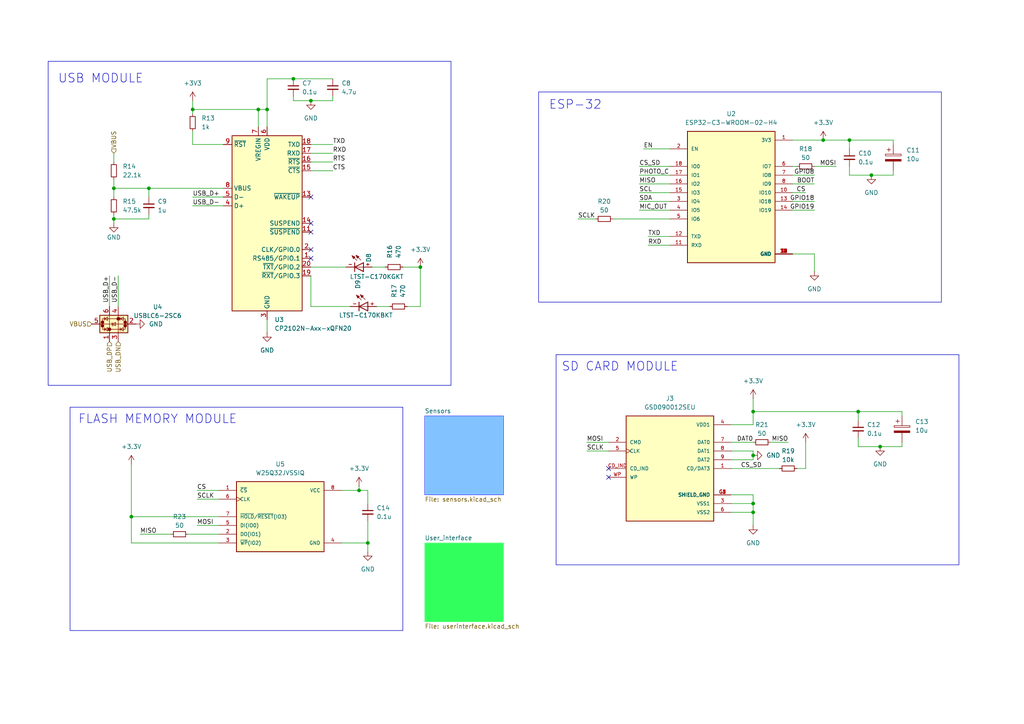
<source format=kicad_sch>
(kicad_sch
	(version 20250114)
	(generator "eeschema")
	(generator_version "9.0")
	(uuid "606b3aec-6696-45f1-bba3-36dac8682285")
	(paper "A4")
	(title_block
		(title "ESP32 from Peter Dalmaris Course - ESP32 sheet")
		(date "2025-03-07")
		(rev "1.0")
	)
	(lib_symbols
		(symbol "Device:C_Polarized"
			(pin_numbers
				(hide yes)
			)
			(pin_names
				(offset 0.254)
			)
			(exclude_from_sim no)
			(in_bom yes)
			(on_board yes)
			(property "Reference" "C"
				(at 0.635 2.54 0)
				(effects
					(font
						(size 1.27 1.27)
					)
					(justify left)
				)
			)
			(property "Value" "C_Polarized"
				(at 0.635 -2.54 0)
				(effects
					(font
						(size 1.27 1.27)
					)
					(justify left)
				)
			)
			(property "Footprint" ""
				(at 0.9652 -3.81 0)
				(effects
					(font
						(size 1.27 1.27)
					)
					(hide yes)
				)
			)
			(property "Datasheet" "~"
				(at 0 0 0)
				(effects
					(font
						(size 1.27 1.27)
					)
					(hide yes)
				)
			)
			(property "Description" "Polarized capacitor"
				(at 0 0 0)
				(effects
					(font
						(size 1.27 1.27)
					)
					(hide yes)
				)
			)
			(property "ki_keywords" "cap capacitor"
				(at 0 0 0)
				(effects
					(font
						(size 1.27 1.27)
					)
					(hide yes)
				)
			)
			(property "ki_fp_filters" "CP_*"
				(at 0 0 0)
				(effects
					(font
						(size 1.27 1.27)
					)
					(hide yes)
				)
			)
			(symbol "C_Polarized_0_1"
				(rectangle
					(start -2.286 0.508)
					(end 2.286 1.016)
					(stroke
						(width 0)
						(type default)
					)
					(fill
						(type none)
					)
				)
				(polyline
					(pts
						(xy -1.778 2.286) (xy -0.762 2.286)
					)
					(stroke
						(width 0)
						(type default)
					)
					(fill
						(type none)
					)
				)
				(polyline
					(pts
						(xy -1.27 2.794) (xy -1.27 1.778)
					)
					(stroke
						(width 0)
						(type default)
					)
					(fill
						(type none)
					)
				)
				(rectangle
					(start 2.286 -0.508)
					(end -2.286 -1.016)
					(stroke
						(width 0)
						(type default)
					)
					(fill
						(type outline)
					)
				)
			)
			(symbol "C_Polarized_1_1"
				(pin passive line
					(at 0 3.81 270)
					(length 2.794)
					(name "~"
						(effects
							(font
								(size 1.27 1.27)
							)
						)
					)
					(number "1"
						(effects
							(font
								(size 1.27 1.27)
							)
						)
					)
				)
				(pin passive line
					(at 0 -3.81 90)
					(length 2.794)
					(name "~"
						(effects
							(font
								(size 1.27 1.27)
							)
						)
					)
					(number "2"
						(effects
							(font
								(size 1.27 1.27)
							)
						)
					)
				)
			)
			(embedded_fonts no)
		)
		(symbol "Device:C_Small"
			(pin_numbers
				(hide yes)
			)
			(pin_names
				(offset 0.254)
				(hide yes)
			)
			(exclude_from_sim no)
			(in_bom yes)
			(on_board yes)
			(property "Reference" "C"
				(at 0.254 1.778 0)
				(effects
					(font
						(size 1.27 1.27)
					)
					(justify left)
				)
			)
			(property "Value" "C_Small"
				(at 0.254 -2.032 0)
				(effects
					(font
						(size 1.27 1.27)
					)
					(justify left)
				)
			)
			(property "Footprint" ""
				(at 0 0 0)
				(effects
					(font
						(size 1.27 1.27)
					)
					(hide yes)
				)
			)
			(property "Datasheet" "~"
				(at 0 0 0)
				(effects
					(font
						(size 1.27 1.27)
					)
					(hide yes)
				)
			)
			(property "Description" "Unpolarized capacitor, small symbol"
				(at 0 0 0)
				(effects
					(font
						(size 1.27 1.27)
					)
					(hide yes)
				)
			)
			(property "ki_keywords" "capacitor cap"
				(at 0 0 0)
				(effects
					(font
						(size 1.27 1.27)
					)
					(hide yes)
				)
			)
			(property "ki_fp_filters" "C_*"
				(at 0 0 0)
				(effects
					(font
						(size 1.27 1.27)
					)
					(hide yes)
				)
			)
			(symbol "C_Small_0_1"
				(polyline
					(pts
						(xy -1.524 0.508) (xy 1.524 0.508)
					)
					(stroke
						(width 0.3048)
						(type default)
					)
					(fill
						(type none)
					)
				)
				(polyline
					(pts
						(xy -1.524 -0.508) (xy 1.524 -0.508)
					)
					(stroke
						(width 0.3302)
						(type default)
					)
					(fill
						(type none)
					)
				)
			)
			(symbol "C_Small_1_1"
				(pin passive line
					(at 0 2.54 270)
					(length 2.032)
					(name "~"
						(effects
							(font
								(size 1.27 1.27)
							)
						)
					)
					(number "1"
						(effects
							(font
								(size 1.27 1.27)
							)
						)
					)
				)
				(pin passive line
					(at 0 -2.54 90)
					(length 2.032)
					(name "~"
						(effects
							(font
								(size 1.27 1.27)
							)
						)
					)
					(number "2"
						(effects
							(font
								(size 1.27 1.27)
							)
						)
					)
				)
			)
			(embedded_fonts no)
		)
		(symbol "Device:R_Small"
			(pin_numbers
				(hide yes)
			)
			(pin_names
				(offset 0.254)
				(hide yes)
			)
			(exclude_from_sim no)
			(in_bom yes)
			(on_board yes)
			(property "Reference" "R"
				(at 0.762 0.508 0)
				(effects
					(font
						(size 1.27 1.27)
					)
					(justify left)
				)
			)
			(property "Value" "R_Small"
				(at 0.762 -1.016 0)
				(effects
					(font
						(size 1.27 1.27)
					)
					(justify left)
				)
			)
			(property "Footprint" ""
				(at 0 0 0)
				(effects
					(font
						(size 1.27 1.27)
					)
					(hide yes)
				)
			)
			(property "Datasheet" "~"
				(at 0 0 0)
				(effects
					(font
						(size 1.27 1.27)
					)
					(hide yes)
				)
			)
			(property "Description" "Resistor, small symbol"
				(at 0 0 0)
				(effects
					(font
						(size 1.27 1.27)
					)
					(hide yes)
				)
			)
			(property "ki_keywords" "R resistor"
				(at 0 0 0)
				(effects
					(font
						(size 1.27 1.27)
					)
					(hide yes)
				)
			)
			(property "ki_fp_filters" "R_*"
				(at 0 0 0)
				(effects
					(font
						(size 1.27 1.27)
					)
					(hide yes)
				)
			)
			(symbol "R_Small_0_1"
				(rectangle
					(start -0.762 1.778)
					(end 0.762 -1.778)
					(stroke
						(width 0.2032)
						(type default)
					)
					(fill
						(type none)
					)
				)
			)
			(symbol "R_Small_1_1"
				(pin passive line
					(at 0 2.54 270)
					(length 0.762)
					(name "~"
						(effects
							(font
								(size 1.27 1.27)
							)
						)
					)
					(number "1"
						(effects
							(font
								(size 1.27 1.27)
							)
						)
					)
				)
				(pin passive line
					(at 0 -2.54 90)
					(length 0.762)
					(name "~"
						(effects
							(font
								(size 1.27 1.27)
							)
						)
					)
					(number "2"
						(effects
							(font
								(size 1.27 1.27)
							)
						)
					)
				)
			)
			(embedded_fonts no)
		)
		(symbol "ESP32-C3-WROOM-02-H4:ESP32-C3-WROOM-02-H4"
			(pin_names
				(offset 1.016)
			)
			(exclude_from_sim no)
			(in_bom yes)
			(on_board yes)
			(property "Reference" "U"
				(at -12.7 21.082 0)
				(effects
					(font
						(size 1.27 1.27)
					)
					(justify left bottom)
				)
			)
			(property "Value" "ESP32-C3-WROOM-02-H4"
				(at -12.7 -18.542 0)
				(effects
					(font
						(size 1.27 1.27)
					)
					(justify left top)
				)
			)
			(property "Footprint" "ESP32-C3-WROOM-02-H4:MODULE_ESP32-C3-WROOM-02-H4"
				(at 0 0 0)
				(effects
					(font
						(size 1.27 1.27)
					)
					(justify bottom)
					(hide yes)
				)
			)
			(property "Datasheet" ""
				(at 0 0 0)
				(effects
					(font
						(size 1.27 1.27)
					)
					(hide yes)
				)
			)
			(property "Description" ""
				(at 0 0 0)
				(effects
					(font
						(size 1.27 1.27)
					)
					(hide yes)
				)
			)
			(property "MF" "Espressif Systems"
				(at 0 0 0)
				(effects
					(font
						(size 1.27 1.27)
					)
					(justify bottom)
					(hide yes)
				)
			)
			(property "Description_1" "WiFi Modules (802.11) (Engineering Samples) SMD module, ESP32-C3, 4MB SPI flash, PCB antenna, -40 C +105 C"
				(at 0 0 0)
				(effects
					(font
						(size 1.27 1.27)
					)
					(justify bottom)
					(hide yes)
				)
			)
			(property "Package" "Package"
				(at 0 0 0)
				(effects
					(font
						(size 1.27 1.27)
					)
					(justify bottom)
					(hide yes)
				)
			)
			(property "Price" "None"
				(at 0 0 0)
				(effects
					(font
						(size 1.27 1.27)
					)
					(justify bottom)
					(hide yes)
				)
			)
			(property "Check_prices" "https://www.snapeda.com/parts/ESP32-C3-WROOM-02-H4/Espressif+Systems/view-part/?ref=eda"
				(at 0 0 0)
				(effects
					(font
						(size 1.27 1.27)
					)
					(justify bottom)
					(hide yes)
				)
			)
			(property "SnapEDA_Link" "https://www.snapeda.com/parts/ESP32-C3-WROOM-02-H4/Espressif+Systems/view-part/?ref=snap"
				(at 0 0 0)
				(effects
					(font
						(size 1.27 1.27)
					)
					(justify bottom)
					(hide yes)
				)
			)
			(property "MP" "ESP32-C3-WROOM-02-H4"
				(at 0 0 0)
				(effects
					(font
						(size 1.27 1.27)
					)
					(justify bottom)
					(hide yes)
				)
			)
			(property "Availability" "In Stock"
				(at 0 0 0)
				(effects
					(font
						(size 1.27 1.27)
					)
					(justify bottom)
					(hide yes)
				)
			)
			(property "Purchase-URL" "https://pricing.snapeda.com/search/part/ESP32-C3-WROOM-02-H4/?ref=eda"
				(at 0 0 0)
				(effects
					(font
						(size 1.27 1.27)
					)
					(justify bottom)
					(hide yes)
				)
			)
			(symbol "ESP32-C3-WROOM-02-H4_0_0"
				(rectangle
					(start -12.7 -17.78)
					(end 12.7 20.32)
					(stroke
						(width 0.254)
						(type default)
					)
					(fill
						(type background)
					)
				)
				(pin input line
					(at -17.78 15.24 0)
					(length 5.08)
					(name "EN"
						(effects
							(font
								(size 1.016 1.016)
							)
						)
					)
					(number "2"
						(effects
							(font
								(size 1.016 1.016)
							)
						)
					)
				)
				(pin bidirectional line
					(at -17.78 10.16 0)
					(length 5.08)
					(name "IO0"
						(effects
							(font
								(size 1.016 1.016)
							)
						)
					)
					(number "18"
						(effects
							(font
								(size 1.016 1.016)
							)
						)
					)
				)
				(pin bidirectional line
					(at -17.78 7.62 0)
					(length 5.08)
					(name "IO1"
						(effects
							(font
								(size 1.016 1.016)
							)
						)
					)
					(number "17"
						(effects
							(font
								(size 1.016 1.016)
							)
						)
					)
				)
				(pin bidirectional line
					(at -17.78 5.08 0)
					(length 5.08)
					(name "IO2"
						(effects
							(font
								(size 1.016 1.016)
							)
						)
					)
					(number "16"
						(effects
							(font
								(size 1.016 1.016)
							)
						)
					)
				)
				(pin bidirectional line
					(at -17.78 2.54 0)
					(length 5.08)
					(name "IO3"
						(effects
							(font
								(size 1.016 1.016)
							)
						)
					)
					(number "15"
						(effects
							(font
								(size 1.016 1.016)
							)
						)
					)
				)
				(pin bidirectional line
					(at -17.78 0 0)
					(length 5.08)
					(name "IO4"
						(effects
							(font
								(size 1.016 1.016)
							)
						)
					)
					(number "3"
						(effects
							(font
								(size 1.016 1.016)
							)
						)
					)
				)
				(pin bidirectional line
					(at -17.78 -2.54 0)
					(length 5.08)
					(name "IO5"
						(effects
							(font
								(size 1.016 1.016)
							)
						)
					)
					(number "4"
						(effects
							(font
								(size 1.016 1.016)
							)
						)
					)
				)
				(pin bidirectional line
					(at -17.78 -5.08 0)
					(length 5.08)
					(name "IO6"
						(effects
							(font
								(size 1.016 1.016)
							)
						)
					)
					(number "5"
						(effects
							(font
								(size 1.016 1.016)
							)
						)
					)
				)
				(pin bidirectional line
					(at -17.78 -10.16 0)
					(length 5.08)
					(name "TXD"
						(effects
							(font
								(size 1.016 1.016)
							)
						)
					)
					(number "12"
						(effects
							(font
								(size 1.016 1.016)
							)
						)
					)
				)
				(pin bidirectional line
					(at -17.78 -12.7 0)
					(length 5.08)
					(name "RXD"
						(effects
							(font
								(size 1.016 1.016)
							)
						)
					)
					(number "11"
						(effects
							(font
								(size 1.016 1.016)
							)
						)
					)
				)
				(pin power_in line
					(at 17.78 17.78 180)
					(length 5.08)
					(name "3V3"
						(effects
							(font
								(size 1.016 1.016)
							)
						)
					)
					(number "1"
						(effects
							(font
								(size 1.016 1.016)
							)
						)
					)
				)
				(pin bidirectional line
					(at 17.78 10.16 180)
					(length 5.08)
					(name "IO7"
						(effects
							(font
								(size 1.016 1.016)
							)
						)
					)
					(number "6"
						(effects
							(font
								(size 1.016 1.016)
							)
						)
					)
				)
				(pin bidirectional line
					(at 17.78 7.62 180)
					(length 5.08)
					(name "IO8"
						(effects
							(font
								(size 1.016 1.016)
							)
						)
					)
					(number "7"
						(effects
							(font
								(size 1.016 1.016)
							)
						)
					)
				)
				(pin bidirectional line
					(at 17.78 5.08 180)
					(length 5.08)
					(name "IO9"
						(effects
							(font
								(size 1.016 1.016)
							)
						)
					)
					(number "8"
						(effects
							(font
								(size 1.016 1.016)
							)
						)
					)
				)
				(pin bidirectional line
					(at 17.78 2.54 180)
					(length 5.08)
					(name "IO10"
						(effects
							(font
								(size 1.016 1.016)
							)
						)
					)
					(number "10"
						(effects
							(font
								(size 1.016 1.016)
							)
						)
					)
				)
				(pin bidirectional line
					(at 17.78 0 180)
					(length 5.08)
					(name "IO18"
						(effects
							(font
								(size 1.016 1.016)
							)
						)
					)
					(number "13"
						(effects
							(font
								(size 1.016 1.016)
							)
						)
					)
				)
				(pin bidirectional line
					(at 17.78 -2.54 180)
					(length 5.08)
					(name "IO19"
						(effects
							(font
								(size 1.016 1.016)
							)
						)
					)
					(number "14"
						(effects
							(font
								(size 1.016 1.016)
							)
						)
					)
				)
				(pin power_in line
					(at 17.78 -15.24 180)
					(length 5.08)
					(name "GND"
						(effects
							(font
								(size 1.016 1.016)
							)
						)
					)
					(number "19"
						(effects
							(font
								(size 1.016 1.016)
							)
						)
					)
				)
				(pin power_in line
					(at 17.78 -15.24 180)
					(length 5.08)
					(name "GND"
						(effects
							(font
								(size 1.016 1.016)
							)
						)
					)
					(number "20"
						(effects
							(font
								(size 1.016 1.016)
							)
						)
					)
				)
				(pin power_in line
					(at 17.78 -15.24 180)
					(length 5.08)
					(name "GND"
						(effects
							(font
								(size 1.016 1.016)
							)
						)
					)
					(number "21"
						(effects
							(font
								(size 1.016 1.016)
							)
						)
					)
				)
				(pin power_in line
					(at 17.78 -15.24 180)
					(length 5.08)
					(name "GND"
						(effects
							(font
								(size 1.016 1.016)
							)
						)
					)
					(number "22"
						(effects
							(font
								(size 1.016 1.016)
							)
						)
					)
				)
				(pin power_in line
					(at 17.78 -15.24 180)
					(length 5.08)
					(name "GND"
						(effects
							(font
								(size 1.016 1.016)
							)
						)
					)
					(number "23"
						(effects
							(font
								(size 1.016 1.016)
							)
						)
					)
				)
				(pin power_in line
					(at 17.78 -15.24 180)
					(length 5.08)
					(name "GND"
						(effects
							(font
								(size 1.016 1.016)
							)
						)
					)
					(number "24"
						(effects
							(font
								(size 1.016 1.016)
							)
						)
					)
				)
				(pin power_in line
					(at 17.78 -15.24 180)
					(length 5.08)
					(name "GND"
						(effects
							(font
								(size 1.016 1.016)
							)
						)
					)
					(number "25"
						(effects
							(font
								(size 1.016 1.016)
							)
						)
					)
				)
				(pin power_in line
					(at 17.78 -15.24 180)
					(length 5.08)
					(name "GND"
						(effects
							(font
								(size 1.016 1.016)
							)
						)
					)
					(number "26"
						(effects
							(font
								(size 1.016 1.016)
							)
						)
					)
				)
				(pin power_in line
					(at 17.78 -15.24 180)
					(length 5.08)
					(name "GND"
						(effects
							(font
								(size 1.016 1.016)
							)
						)
					)
					(number "27"
						(effects
							(font
								(size 1.016 1.016)
							)
						)
					)
				)
				(pin power_in line
					(at 17.78 -15.24 180)
					(length 5.08)
					(name "GND"
						(effects
							(font
								(size 1.016 1.016)
							)
						)
					)
					(number "28"
						(effects
							(font
								(size 1.016 1.016)
							)
						)
					)
				)
				(pin power_in line
					(at 17.78 -15.24 180)
					(length 5.08)
					(name "GND"
						(effects
							(font
								(size 1.016 1.016)
							)
						)
					)
					(number "29"
						(effects
							(font
								(size 1.016 1.016)
							)
						)
					)
				)
				(pin power_in line
					(at 17.78 -15.24 180)
					(length 5.08)
					(name "GND"
						(effects
							(font
								(size 1.016 1.016)
							)
						)
					)
					(number "30"
						(effects
							(font
								(size 1.016 1.016)
							)
						)
					)
				)
				(pin power_in line
					(at 17.78 -15.24 180)
					(length 5.08)
					(name "GND"
						(effects
							(font
								(size 1.016 1.016)
							)
						)
					)
					(number "31"
						(effects
							(font
								(size 1.016 1.016)
							)
						)
					)
				)
				(pin power_in line
					(at 17.78 -15.24 180)
					(length 5.08)
					(name "GND"
						(effects
							(font
								(size 1.016 1.016)
							)
						)
					)
					(number "32"
						(effects
							(font
								(size 1.016 1.016)
							)
						)
					)
				)
				(pin power_in line
					(at 17.78 -15.24 180)
					(length 5.08)
					(name "GND"
						(effects
							(font
								(size 1.016 1.016)
							)
						)
					)
					(number "33"
						(effects
							(font
								(size 1.016 1.016)
							)
						)
					)
				)
				(pin power_in line
					(at 17.78 -15.24 180)
					(length 5.08)
					(name "GND"
						(effects
							(font
								(size 1.016 1.016)
							)
						)
					)
					(number "34"
						(effects
							(font
								(size 1.016 1.016)
							)
						)
					)
				)
				(pin power_in line
					(at 17.78 -15.24 180)
					(length 5.08)
					(name "GND"
						(effects
							(font
								(size 1.016 1.016)
							)
						)
					)
					(number "35"
						(effects
							(font
								(size 1.016 1.016)
							)
						)
					)
				)
				(pin power_in line
					(at 17.78 -15.24 180)
					(length 5.08)
					(name "GND"
						(effects
							(font
								(size 1.016 1.016)
							)
						)
					)
					(number "36"
						(effects
							(font
								(size 1.016 1.016)
							)
						)
					)
				)
				(pin power_in line
					(at 17.78 -15.24 180)
					(length 5.08)
					(name "GND"
						(effects
							(font
								(size 1.016 1.016)
							)
						)
					)
					(number "37"
						(effects
							(font
								(size 1.016 1.016)
							)
						)
					)
				)
				(pin power_in line
					(at 17.78 -15.24 180)
					(length 5.08)
					(name "GND"
						(effects
							(font
								(size 1.016 1.016)
							)
						)
					)
					(number "38"
						(effects
							(font
								(size 1.016 1.016)
							)
						)
					)
				)
				(pin power_in line
					(at 17.78 -15.24 180)
					(length 5.08)
					(name "GND"
						(effects
							(font
								(size 1.016 1.016)
							)
						)
					)
					(number "39"
						(effects
							(font
								(size 1.016 1.016)
							)
						)
					)
				)
				(pin power_in line
					(at 17.78 -15.24 180)
					(length 5.08)
					(name "GND"
						(effects
							(font
								(size 1.016 1.016)
							)
						)
					)
					(number "9"
						(effects
							(font
								(size 1.016 1.016)
							)
						)
					)
				)
			)
			(embedded_fonts no)
		)
		(symbol "GSD090012SEU:GSD090012SEU"
			(pin_names
				(offset 1.016)
			)
			(exclude_from_sim no)
			(in_bom yes)
			(on_board yes)
			(property "Reference" "J"
				(at -12.7 16.002 0)
				(effects
					(font
						(size 1.27 1.27)
					)
					(justify left bottom)
				)
			)
			(property "Value" "GSD090012SEU"
				(at -12.7 -17.78 0)
				(effects
					(font
						(size 1.27 1.27)
					)
					(justify left bottom)
				)
			)
			(property "Footprint" "GSD090012SEU:AMPHENOL_GSD090012SEU"
				(at 0 0 0)
				(effects
					(font
						(size 1.27 1.27)
					)
					(justify bottom)
					(hide yes)
				)
			)
			(property "Datasheet" ""
				(at 0 0 0)
				(effects
					(font
						(size 1.27 1.27)
					)
					(hide yes)
				)
			)
			(property "Description" ""
				(at 0 0 0)
				(effects
					(font
						(size 1.27 1.27)
					)
					(hide yes)
				)
			)
			(property "MF" "Amphenol"
				(at 0 0 0)
				(effects
					(font
						(size 1.27 1.27)
					)
					(justify bottom)
					(hide yes)
				)
			)
			(property "MAXIMUM_PACKAGE_HEIGHT" "2.95mm"
				(at 0 0 0)
				(effects
					(font
						(size 1.27 1.27)
					)
					(justify bottom)
					(hide yes)
				)
			)
			(property "Package" "None"
				(at 0 0 0)
				(effects
					(font
						(size 1.27 1.27)
					)
					(justify bottom)
					(hide yes)
				)
			)
			(property "Price" "None"
				(at 0 0 0)
				(effects
					(font
						(size 1.27 1.27)
					)
					(justify bottom)
					(hide yes)
				)
			)
			(property "Check_prices" "https://www.snapeda.com/parts/GSD090012SEU/Amphenol/view-part/?ref=eda"
				(at 0 0 0)
				(effects
					(font
						(size 1.27 1.27)
					)
					(justify bottom)
					(hide yes)
				)
			)
			(property "STANDARD" "Manufacturer Recommendations"
				(at 0 0 0)
				(effects
					(font
						(size 1.27 1.27)
					)
					(justify bottom)
					(hide yes)
				)
			)
			(property "PARTREV" "E"
				(at 0 0 0)
				(effects
					(font
						(size 1.27 1.27)
					)
					(justify bottom)
					(hide yes)
				)
			)
			(property "SnapEDA_Link" "https://www.snapeda.com/parts/GSD090012SEU/Amphenol/view-part/?ref=snap"
				(at 0 0 0)
				(effects
					(font
						(size 1.27 1.27)
					)
					(justify bottom)
					(hide yes)
				)
			)
			(property "MP" "GSD090012SEU"
				(at 0 0 0)
				(effects
					(font
						(size 1.27 1.27)
					)
					(justify bottom)
					(hide yes)
				)
			)
			(property "Description_1" "Micro SD and SD Card Sockets, Input Output Connectors, SD Socket,9 Position,SMT"
				(at 0 0 0)
				(effects
					(font
						(size 1.27 1.27)
					)
					(justify bottom)
					(hide yes)
				)
			)
			(property "Availability" "In Stock"
				(at 0 0 0)
				(effects
					(font
						(size 1.27 1.27)
					)
					(justify bottom)
					(hide yes)
				)
			)
			(property "MANUFACTURER" "Amphenol"
				(at 0 0 0)
				(effects
					(font
						(size 1.27 1.27)
					)
					(justify bottom)
					(hide yes)
				)
			)
			(symbol "GSD090012SEU_0_0"
				(rectangle
					(start -12.7 -15.24)
					(end 12.7 15.24)
					(stroke
						(width 0.254)
						(type default)
					)
					(fill
						(type background)
					)
				)
				(pin bidirectional line
					(at -17.78 7.62 0)
					(length 5.08)
					(name "CMD"
						(effects
							(font
								(size 1.016 1.016)
							)
						)
					)
					(number "2"
						(effects
							(font
								(size 1.016 1.016)
							)
						)
					)
				)
				(pin bidirectional clock
					(at -17.78 5.08 0)
					(length 5.08)
					(name "CLK"
						(effects
							(font
								(size 1.016 1.016)
							)
						)
					)
					(number "5"
						(effects
							(font
								(size 1.016 1.016)
							)
						)
					)
				)
				(pin passive line
					(at -17.78 0 0)
					(length 5.08)
					(name "CD_IND"
						(effects
							(font
								(size 1.016 1.016)
							)
						)
					)
					(number "CD_IND"
						(effects
							(font
								(size 1.016 1.016)
							)
						)
					)
				)
				(pin passive line
					(at -17.78 -2.54 0)
					(length 5.08)
					(name "WP"
						(effects
							(font
								(size 1.016 1.016)
							)
						)
					)
					(number "WP"
						(effects
							(font
								(size 1.016 1.016)
							)
						)
					)
				)
				(pin power_in line
					(at 17.78 12.7 180)
					(length 5.08)
					(name "VDD1"
						(effects
							(font
								(size 1.016 1.016)
							)
						)
					)
					(number "4"
						(effects
							(font
								(size 1.016 1.016)
							)
						)
					)
				)
				(pin bidirectional line
					(at 17.78 7.62 180)
					(length 5.08)
					(name "DAT0"
						(effects
							(font
								(size 1.016 1.016)
							)
						)
					)
					(number "7"
						(effects
							(font
								(size 1.016 1.016)
							)
						)
					)
				)
				(pin bidirectional line
					(at 17.78 5.08 180)
					(length 5.08)
					(name "DAT1"
						(effects
							(font
								(size 1.016 1.016)
							)
						)
					)
					(number "8"
						(effects
							(font
								(size 1.016 1.016)
							)
						)
					)
				)
				(pin bidirectional line
					(at 17.78 2.54 180)
					(length 5.08)
					(name "DAT2"
						(effects
							(font
								(size 1.016 1.016)
							)
						)
					)
					(number "9"
						(effects
							(font
								(size 1.016 1.016)
							)
						)
					)
				)
				(pin bidirectional line
					(at 17.78 0 180)
					(length 5.08)
					(name "CD/DAT3"
						(effects
							(font
								(size 1.016 1.016)
							)
						)
					)
					(number "1"
						(effects
							(font
								(size 1.016 1.016)
							)
						)
					)
				)
				(pin power_in line
					(at 17.78 -7.62 180)
					(length 5.08)
					(name "SHIELD_GND"
						(effects
							(font
								(size 1.016 1.016)
							)
						)
					)
					(number "G1"
						(effects
							(font
								(size 1.016 1.016)
							)
						)
					)
				)
				(pin power_in line
					(at 17.78 -7.62 180)
					(length 5.08)
					(name "SHIELD_GND"
						(effects
							(font
								(size 1.016 1.016)
							)
						)
					)
					(number "G2"
						(effects
							(font
								(size 1.016 1.016)
							)
						)
					)
				)
				(pin power_in line
					(at 17.78 -7.62 180)
					(length 5.08)
					(name "SHIELD_GND"
						(effects
							(font
								(size 1.016 1.016)
							)
						)
					)
					(number "G3"
						(effects
							(font
								(size 1.016 1.016)
							)
						)
					)
				)
				(pin power_in line
					(at 17.78 -7.62 180)
					(length 5.08)
					(name "SHIELD_GND"
						(effects
							(font
								(size 1.016 1.016)
							)
						)
					)
					(number "G4"
						(effects
							(font
								(size 1.016 1.016)
							)
						)
					)
				)
				(pin power_in line
					(at 17.78 -10.16 180)
					(length 5.08)
					(name "VSS1"
						(effects
							(font
								(size 1.016 1.016)
							)
						)
					)
					(number "3"
						(effects
							(font
								(size 1.016 1.016)
							)
						)
					)
				)
				(pin power_in line
					(at 17.78 -12.7 180)
					(length 5.08)
					(name "VSS2"
						(effects
							(font
								(size 1.016 1.016)
							)
						)
					)
					(number "6"
						(effects
							(font
								(size 1.016 1.016)
							)
						)
					)
				)
			)
			(embedded_fonts no)
		)
		(symbol "Interface_USB:CP2102N-Axx-xQFN20"
			(exclude_from_sim no)
			(in_bom yes)
			(on_board yes)
			(property "Reference" "U"
				(at -8.89 26.67 0)
				(effects
					(font
						(size 1.27 1.27)
					)
				)
			)
			(property "Value" "CP2102N-Axx-xQFN20"
				(at 12.7 26.67 0)
				(effects
					(font
						(size 1.27 1.27)
					)
				)
			)
			(property "Footprint" "Package_DFN_QFN:SiliconLabs_QFN-20-1EP_3x3mm_P0.5mm"
				(at 31.75 -26.67 0)
				(effects
					(font
						(size 1.27 1.27)
					)
					(hide yes)
				)
			)
			(property "Datasheet" "https://www.silabs.com/documents/public/data-sheets/cp2102n-datasheet.pdf"
				(at 1.27 -19.05 0)
				(effects
					(font
						(size 1.27 1.27)
					)
					(hide yes)
				)
			)
			(property "Description" "USB to UART master bridge, QFN-20"
				(at 0 0 0)
				(effects
					(font
						(size 1.27 1.27)
					)
					(hide yes)
				)
			)
			(property "ki_keywords" "USB UART bridge"
				(at 0 0 0)
				(effects
					(font
						(size 1.27 1.27)
					)
					(hide yes)
				)
			)
			(property "ki_fp_filters" "SiliconLabs*QFN*3x3mm*P0.5mm*"
				(at 0 0 0)
				(effects
					(font
						(size 1.27 1.27)
					)
					(hide yes)
				)
			)
			(symbol "CP2102N-Axx-xQFN20_0_1"
				(rectangle
					(start -10.16 25.4)
					(end 10.16 -25.4)
					(stroke
						(width 0.254)
						(type default)
					)
					(fill
						(type background)
					)
				)
			)
			(symbol "CP2102N-Axx-xQFN20_1_1"
				(pin input line
					(at -12.7 22.86 0)
					(length 2.54)
					(name "~{RST}"
						(effects
							(font
								(size 1.27 1.27)
							)
						)
					)
					(number "9"
						(effects
							(font
								(size 1.27 1.27)
							)
						)
					)
				)
				(pin input line
					(at -12.7 10.16 0)
					(length 2.54)
					(name "VBUS"
						(effects
							(font
								(size 1.27 1.27)
							)
						)
					)
					(number "8"
						(effects
							(font
								(size 1.27 1.27)
							)
						)
					)
				)
				(pin bidirectional line
					(at -12.7 7.62 0)
					(length 2.54)
					(name "D-"
						(effects
							(font
								(size 1.27 1.27)
							)
						)
					)
					(number "5"
						(effects
							(font
								(size 1.27 1.27)
							)
						)
					)
				)
				(pin bidirectional line
					(at -12.7 5.08 0)
					(length 2.54)
					(name "D+"
						(effects
							(font
								(size 1.27 1.27)
							)
						)
					)
					(number "4"
						(effects
							(font
								(size 1.27 1.27)
							)
						)
					)
				)
				(pin no_connect line
					(at -10.16 -22.86 0)
					(length 2.54)
					(hide yes)
					(name "NC"
						(effects
							(font
								(size 1.27 1.27)
							)
						)
					)
					(number "10"
						(effects
							(font
								(size 1.27 1.27)
							)
						)
					)
				)
				(pin power_in line
					(at -2.54 27.94 270)
					(length 2.54)
					(name "VREGIN"
						(effects
							(font
								(size 1.27 1.27)
							)
						)
					)
					(number "7"
						(effects
							(font
								(size 1.27 1.27)
							)
						)
					)
				)
				(pin power_in line
					(at 0 27.94 270)
					(length 2.54)
					(name "VDD"
						(effects
							(font
								(size 1.27 1.27)
							)
						)
					)
					(number "6"
						(effects
							(font
								(size 1.27 1.27)
							)
						)
					)
				)
				(pin passive line
					(at 0 -27.94 90)
					(length 2.54)
					(hide yes)
					(name "GND"
						(effects
							(font
								(size 1.27 1.27)
							)
						)
					)
					(number "12"
						(effects
							(font
								(size 1.27 1.27)
							)
						)
					)
				)
				(pin passive line
					(at 0 -27.94 90)
					(length 2.54)
					(hide yes)
					(name "GND"
						(effects
							(font
								(size 1.27 1.27)
							)
						)
					)
					(number "21"
						(effects
							(font
								(size 1.27 1.27)
							)
						)
					)
				)
				(pin power_in line
					(at 0 -27.94 90)
					(length 2.54)
					(name "GND"
						(effects
							(font
								(size 1.27 1.27)
							)
						)
					)
					(number "3"
						(effects
							(font
								(size 1.27 1.27)
							)
						)
					)
				)
				(pin output line
					(at 12.7 22.86 180)
					(length 2.54)
					(name "TXD"
						(effects
							(font
								(size 1.27 1.27)
							)
						)
					)
					(number "18"
						(effects
							(font
								(size 1.27 1.27)
							)
						)
					)
				)
				(pin input line
					(at 12.7 20.32 180)
					(length 2.54)
					(name "RXD"
						(effects
							(font
								(size 1.27 1.27)
							)
						)
					)
					(number "17"
						(effects
							(font
								(size 1.27 1.27)
							)
						)
					)
				)
				(pin output line
					(at 12.7 17.78 180)
					(length 2.54)
					(name "~{RTS}"
						(effects
							(font
								(size 1.27 1.27)
							)
						)
					)
					(number "16"
						(effects
							(font
								(size 1.27 1.27)
							)
						)
					)
				)
				(pin input line
					(at 12.7 15.24 180)
					(length 2.54)
					(name "~{CTS}"
						(effects
							(font
								(size 1.27 1.27)
							)
						)
					)
					(number "15"
						(effects
							(font
								(size 1.27 1.27)
							)
						)
					)
				)
				(pin input line
					(at 12.7 7.62 180)
					(length 2.54)
					(name "~{WAKEUP}"
						(effects
							(font
								(size 1.27 1.27)
							)
						)
					)
					(number "13"
						(effects
							(font
								(size 1.27 1.27)
							)
						)
					)
				)
				(pin output line
					(at 12.7 0 180)
					(length 2.54)
					(name "SUSPEND"
						(effects
							(font
								(size 1.27 1.27)
							)
						)
					)
					(number "14"
						(effects
							(font
								(size 1.27 1.27)
							)
						)
					)
				)
				(pin output line
					(at 12.7 -2.54 180)
					(length 2.54)
					(name "~{SUSPEND}"
						(effects
							(font
								(size 1.27 1.27)
							)
						)
					)
					(number "11"
						(effects
							(font
								(size 1.27 1.27)
							)
						)
					)
				)
				(pin bidirectional line
					(at 12.7 -7.62 180)
					(length 2.54)
					(name "CLK/GPIO.0"
						(effects
							(font
								(size 1.27 1.27)
							)
						)
					)
					(number "2"
						(effects
							(font
								(size 1.27 1.27)
							)
						)
					)
				)
				(pin bidirectional line
					(at 12.7 -10.16 180)
					(length 2.54)
					(name "RS485/GPIO.1"
						(effects
							(font
								(size 1.27 1.27)
							)
						)
					)
					(number "1"
						(effects
							(font
								(size 1.27 1.27)
							)
						)
					)
				)
				(pin bidirectional line
					(at 12.7 -12.7 180)
					(length 2.54)
					(name "~{TXT}/GPIO.2"
						(effects
							(font
								(size 1.27 1.27)
							)
						)
					)
					(number "20"
						(effects
							(font
								(size 1.27 1.27)
							)
						)
					)
				)
				(pin bidirectional line
					(at 12.7 -15.24 180)
					(length 2.54)
					(name "~{RXT}/GPIO.3"
						(effects
							(font
								(size 1.27 1.27)
							)
						)
					)
					(number "19"
						(effects
							(font
								(size 1.27 1.27)
							)
						)
					)
				)
			)
			(embedded_fonts no)
		)
		(symbol "LTST-C170K:LTST-C170KRKT"
			(pin_names
				(offset 1.016)
			)
			(exclude_from_sim no)
			(in_bom yes)
			(on_board yes)
			(property "Reference" "D"
				(at -2.0343 4.0686 0)
				(effects
					(font
						(size 1.27 1.27)
					)
					(justify left bottom)
				)
			)
			(property "Value" "LTST-C170KRKT"
				(at -2.0325 -5.7164 0)
				(effects
					(font
						(size 1.27 1.27)
					)
					(justify left bottom)
				)
			)
			(property "Footprint" "LTST-C170KRKT:DIOC200X125X110"
				(at 0 0 0)
				(effects
					(font
						(size 1.27 1.27)
					)
					(justify bottom)
					(hide yes)
				)
			)
			(property "Datasheet" ""
				(at 0 0 0)
				(effects
					(font
						(size 1.27 1.27)
					)
					(hide yes)
				)
			)
			(property "Description" ""
				(at 0 0 0)
				(effects
					(font
						(size 1.27 1.27)
					)
					(hide yes)
				)
			)
			(property "MF" "Lite-On Inc."
				(at 0 0 0)
				(effects
					(font
						(size 1.27 1.27)
					)
					(justify bottom)
					(hide yes)
				)
			)
			(property "Description_1" "Red 631nm LED Indication - Discrete 2V 0805 (2012 Metric)"
				(at 0 0 0)
				(effects
					(font
						(size 1.27 1.27)
					)
					(justify bottom)
					(hide yes)
				)
			)
			(property "Package" "0805 Lite-On"
				(at 0 0 0)
				(effects
					(font
						(size 1.27 1.27)
					)
					(justify bottom)
					(hide yes)
				)
			)
			(property "Price" "None"
				(at 0 0 0)
				(effects
					(font
						(size 1.27 1.27)
					)
					(justify bottom)
					(hide yes)
				)
			)
			(property "Check_prices" "https://www.snapeda.com/parts/LTST-C170KRKT/Lite-On/view-part/?ref=eda"
				(at 0 0 0)
				(effects
					(font
						(size 1.27 1.27)
					)
					(justify bottom)
					(hide yes)
				)
			)
			(property "SnapEDA_Link" "https://www.snapeda.com/parts/LTST-C170KRKT/Lite-On/view-part/?ref=snap"
				(at 0 0 0)
				(effects
					(font
						(size 1.27 1.27)
					)
					(justify bottom)
					(hide yes)
				)
			)
			(property "MP" "LTST-C170KRKT"
				(at 0 0 0)
				(effects
					(font
						(size 1.27 1.27)
					)
					(justify bottom)
					(hide yes)
				)
			)
			(property "Availability" "In Stock"
				(at 0 0 0)
				(effects
					(font
						(size 1.27 1.27)
					)
					(justify bottom)
					(hide yes)
				)
			)
			(property "MANUFACTURER" "LiteOn"
				(at 0 0 0)
				(effects
					(font
						(size 1.27 1.27)
					)
					(justify bottom)
					(hide yes)
				)
			)
			(symbol "LTST-C170KRKT_0_0"
				(polyline
					(pts
						(xy -0.762 3.302) (xy 0.127 2.921) (xy -0.381 2.413) (xy -0.762 3.302)
					)
					(stroke
						(width 0.1524)
						(type default)
					)
					(fill
						(type outline)
					)
				)
				(polyline
					(pts
						(xy 0 0) (xy 0 1.27)
					)
					(stroke
						(width 0.254)
						(type default)
					)
					(fill
						(type none)
					)
				)
				(polyline
					(pts
						(xy 0 0) (xy 2.54 1.27)
					)
					(stroke
						(width 0.254)
						(type default)
					)
					(fill
						(type none)
					)
				)
				(polyline
					(pts
						(xy 0 -1.27) (xy 0 0)
					)
					(stroke
						(width 0.254)
						(type default)
					)
					(fill
						(type none)
					)
				)
				(polyline
					(pts
						(xy 0.381 3.429) (xy 1.27 3.048) (xy 0.762 2.54) (xy 0.381 3.429)
					)
					(stroke
						(width 0.1524)
						(type default)
					)
					(fill
						(type outline)
					)
				)
				(polyline
					(pts
						(xy 0.635 1.905) (xy -0.762 3.302)
					)
					(stroke
						(width 0.1524)
						(type default)
					)
					(fill
						(type none)
					)
				)
				(polyline
					(pts
						(xy 1.778 2.032) (xy 0.381 3.429)
					)
					(stroke
						(width 0.1524)
						(type default)
					)
					(fill
						(type none)
					)
				)
				(polyline
					(pts
						(xy 2.54 0) (xy 0 0)
					)
					(stroke
						(width 0.1524)
						(type default)
					)
					(fill
						(type none)
					)
				)
				(polyline
					(pts
						(xy 2.54 0) (xy 2.54 1.27)
					)
					(stroke
						(width 0.254)
						(type default)
					)
					(fill
						(type none)
					)
				)
				(polyline
					(pts
						(xy 2.54 -1.27) (xy 0 0)
					)
					(stroke
						(width 0.254)
						(type default)
					)
					(fill
						(type none)
					)
				)
				(polyline
					(pts
						(xy 2.54 -1.27) (xy 2.54 0)
					)
					(stroke
						(width 0.254)
						(type default)
					)
					(fill
						(type none)
					)
				)
				(pin passive line
					(at -2.54 0 0)
					(length 2.54)
					(name "~"
						(effects
							(font
								(size 1.016 1.016)
							)
						)
					)
					(number "-"
						(effects
							(font
								(size 1.016 1.016)
							)
						)
					)
				)
				(pin passive line
					(at 5.08 0 180)
					(length 2.54)
					(name "~"
						(effects
							(font
								(size 1.016 1.016)
							)
						)
					)
					(number "+"
						(effects
							(font
								(size 1.016 1.016)
							)
						)
					)
				)
			)
			(embedded_fonts no)
		)
		(symbol "Power_Protection:USBLC6-2SC6"
			(pin_names
				(hide yes)
			)
			(exclude_from_sim no)
			(in_bom yes)
			(on_board yes)
			(property "Reference" "U"
				(at 0.635 5.715 0)
				(effects
					(font
						(size 1.27 1.27)
					)
					(justify left)
				)
			)
			(property "Value" "USBLC6-2SC6"
				(at 0.635 3.81 0)
				(effects
					(font
						(size 1.27 1.27)
					)
					(justify left)
				)
			)
			(property "Footprint" "Package_TO_SOT_SMD:SOT-23-6"
				(at 1.27 -6.35 0)
				(effects
					(font
						(size 1.27 1.27)
						(italic yes)
					)
					(justify left)
					(hide yes)
				)
			)
			(property "Datasheet" "https://www.st.com/resource/en/datasheet/usblc6-2.pdf"
				(at 1.27 -8.255 0)
				(effects
					(font
						(size 1.27 1.27)
					)
					(justify left)
					(hide yes)
				)
			)
			(property "Description" "Very low capacitance ESD protection diode, 2 data-line, SOT-23-6"
				(at 0 0 0)
				(effects
					(font
						(size 1.27 1.27)
					)
					(hide yes)
				)
			)
			(property "ki_keywords" "usb ethernet video"
				(at 0 0 0)
				(effects
					(font
						(size 1.27 1.27)
					)
					(hide yes)
				)
			)
			(property "ki_fp_filters" "SOT?23*"
				(at 0 0 0)
				(effects
					(font
						(size 1.27 1.27)
					)
					(hide yes)
				)
			)
			(symbol "USBLC6-2SC6_0_0"
				(circle
					(center -1.524 0)
					(radius 0.0001)
					(stroke
						(width 0.508)
						(type default)
					)
					(fill
						(type none)
					)
				)
				(circle
					(center -0.508 2.032)
					(radius 0.0001)
					(stroke
						(width 0.508)
						(type default)
					)
					(fill
						(type none)
					)
				)
				(circle
					(center -0.508 -4.572)
					(radius 0.0001)
					(stroke
						(width 0.508)
						(type default)
					)
					(fill
						(type none)
					)
				)
				(circle
					(center 0.508 2.032)
					(radius 0.0001)
					(stroke
						(width 0.508)
						(type default)
					)
					(fill
						(type none)
					)
				)
				(circle
					(center 0.508 -4.572)
					(radius 0.0001)
					(stroke
						(width 0.508)
						(type default)
					)
					(fill
						(type none)
					)
				)
				(circle
					(center 1.524 -2.54)
					(radius 0.0001)
					(stroke
						(width 0.508)
						(type default)
					)
					(fill
						(type none)
					)
				)
			)
			(symbol "USBLC6-2SC6_0_1"
				(polyline
					(pts
						(xy -2.54 0) (xy 2.54 0)
					)
					(stroke
						(width 0)
						(type default)
					)
					(fill
						(type none)
					)
				)
				(polyline
					(pts
						(xy -2.54 -2.54) (xy 2.54 -2.54)
					)
					(stroke
						(width 0)
						(type default)
					)
					(fill
						(type none)
					)
				)
				(polyline
					(pts
						(xy -2.032 0.508) (xy -1.016 0.508) (xy -1.524 1.524) (xy -2.032 0.508)
					)
					(stroke
						(width 0)
						(type default)
					)
					(fill
						(type none)
					)
				)
				(polyline
					(pts
						(xy -2.032 -3.048) (xy -1.016 -3.048)
					)
					(stroke
						(width 0)
						(type default)
					)
					(fill
						(type none)
					)
				)
				(polyline
					(pts
						(xy -1.016 1.524) (xy -2.032 1.524)
					)
					(stroke
						(width 0)
						(type default)
					)
					(fill
						(type none)
					)
				)
				(polyline
					(pts
						(xy -1.016 -4.064) (xy -2.032 -4.064) (xy -1.524 -3.048) (xy -1.016 -4.064)
					)
					(stroke
						(width 0)
						(type default)
					)
					(fill
						(type none)
					)
				)
				(polyline
					(pts
						(xy -0.508 -1.143) (xy -0.508 -0.762) (xy 0.508 -0.762)
					)
					(stroke
						(width 0)
						(type default)
					)
					(fill
						(type none)
					)
				)
				(polyline
					(pts
						(xy 0 2.54) (xy -0.508 2.032) (xy 0.508 2.032) (xy 0 1.524) (xy 0 -4.064) (xy -0.508 -4.572) (xy 0.508 -4.572)
						(xy 0 -5.08)
					)
					(stroke
						(width 0)
						(type default)
					)
					(fill
						(type none)
					)
				)
				(polyline
					(pts
						(xy 0.508 -1.778) (xy -0.508 -1.778) (xy 0 -0.762) (xy 0.508 -1.778)
					)
					(stroke
						(width 0)
						(type default)
					)
					(fill
						(type none)
					)
				)
				(polyline
					(pts
						(xy 1.016 1.524) (xy 2.032 1.524)
					)
					(stroke
						(width 0)
						(type default)
					)
					(fill
						(type none)
					)
				)
				(polyline
					(pts
						(xy 1.016 -3.048) (xy 2.032 -3.048)
					)
					(stroke
						(width 0)
						(type default)
					)
					(fill
						(type none)
					)
				)
				(polyline
					(pts
						(xy 2.032 0.508) (xy 1.016 0.508) (xy 1.524 1.524) (xy 2.032 0.508)
					)
					(stroke
						(width 0)
						(type default)
					)
					(fill
						(type none)
					)
				)
				(polyline
					(pts
						(xy 2.032 -4.064) (xy 1.016 -4.064) (xy 1.524 -3.048) (xy 2.032 -4.064)
					)
					(stroke
						(width 0)
						(type default)
					)
					(fill
						(type none)
					)
				)
			)
			(symbol "USBLC6-2SC6_1_1"
				(rectangle
					(start -2.54 2.794)
					(end 2.54 -5.334)
					(stroke
						(width 0.254)
						(type default)
					)
					(fill
						(type background)
					)
				)
				(polyline
					(pts
						(xy -0.508 2.032) (xy -1.524 2.032) (xy -1.524 -4.572) (xy -0.508 -4.572)
					)
					(stroke
						(width 0)
						(type default)
					)
					(fill
						(type none)
					)
				)
				(polyline
					(pts
						(xy 0.508 -4.572) (xy 1.524 -4.572) (xy 1.524 2.032) (xy 0.508 2.032)
					)
					(stroke
						(width 0)
						(type default)
					)
					(fill
						(type none)
					)
				)
				(pin passive line
					(at -5.08 0 0)
					(length 2.54)
					(name "I/O1"
						(effects
							(font
								(size 1.27 1.27)
							)
						)
					)
					(number "1"
						(effects
							(font
								(size 1.27 1.27)
							)
						)
					)
				)
				(pin passive line
					(at -5.08 -2.54 0)
					(length 2.54)
					(name "I/O2"
						(effects
							(font
								(size 1.27 1.27)
							)
						)
					)
					(number "3"
						(effects
							(font
								(size 1.27 1.27)
							)
						)
					)
				)
				(pin passive line
					(at 0 5.08 270)
					(length 2.54)
					(name "VBUS"
						(effects
							(font
								(size 1.27 1.27)
							)
						)
					)
					(number "5"
						(effects
							(font
								(size 1.27 1.27)
							)
						)
					)
				)
				(pin passive line
					(at 0 -7.62 90)
					(length 2.54)
					(name "GND"
						(effects
							(font
								(size 1.27 1.27)
							)
						)
					)
					(number "2"
						(effects
							(font
								(size 1.27 1.27)
							)
						)
					)
				)
				(pin passive line
					(at 5.08 0 180)
					(length 2.54)
					(name "I/O1"
						(effects
							(font
								(size 1.27 1.27)
							)
						)
					)
					(number "6"
						(effects
							(font
								(size 1.27 1.27)
							)
						)
					)
				)
				(pin passive line
					(at 5.08 -2.54 180)
					(length 2.54)
					(name "I/O2"
						(effects
							(font
								(size 1.27 1.27)
							)
						)
					)
					(number "4"
						(effects
							(font
								(size 1.27 1.27)
							)
						)
					)
				)
			)
			(embedded_fonts no)
		)
		(symbol "W25Q32JVSSIQ:W25Q32JVSSIQ"
			(pin_names
				(offset 1.016)
			)
			(exclude_from_sim no)
			(in_bom yes)
			(on_board yes)
			(property "Reference" "U"
				(at -12.4723 10.945 0)
				(effects
					(font
						(size 1.27 1.27)
					)
					(justify left bottom)
				)
			)
			(property "Value" "W25Q32JVSSIQ"
				(at -12.4744 -12.2198 0)
				(effects
					(font
						(size 1.27 1.27)
					)
					(justify left bottom)
				)
			)
			(property "Footprint" "W25Q32JVSSIQ:SOIC127P790X216-8N"
				(at 0 0 0)
				(effects
					(font
						(size 1.27 1.27)
					)
					(justify bottom)
					(hide yes)
				)
			)
			(property "Datasheet" ""
				(at 0 0 0)
				(effects
					(font
						(size 1.27 1.27)
					)
					(hide yes)
				)
			)
			(property "Description" ""
				(at 0 0 0)
				(effects
					(font
						(size 1.27 1.27)
					)
					(hide yes)
				)
			)
			(property "SHOP" ""
				(at 0 0 0)
				(effects
					(font
						(size 1.27 1.27)
					)
					(justify bottom)
					(hide yes)
				)
			)
			(property "MF" "Winbond"
				(at 0 0 0)
				(effects
					(font
						(size 1.27 1.27)
					)
					(justify bottom)
					(hide yes)
				)
			)
			(property "Description_1" "FLASH - NOR Memory IC 32Mb (4M x 8) SPI - Quad I/O 133 MHz 8-SOIC"
				(at 0 0 0)
				(effects
					(font
						(size 1.27 1.27)
					)
					(justify bottom)
					(hide yes)
				)
			)
			(property "Package" "SOIC-8 Winbond"
				(at 0 0 0)
				(effects
					(font
						(size 1.27 1.27)
					)
					(justify bottom)
					(hide yes)
				)
			)
			(property "Price" "None"
				(at 0 0 0)
				(effects
					(font
						(size 1.27 1.27)
					)
					(justify bottom)
					(hide yes)
				)
			)
			(property "SnapEDA_Link" "https://www.snapeda.com/parts/W25Q32JVSSIQ/Winbond/view-part/?ref=snap"
				(at 0 0 0)
				(effects
					(font
						(size 1.27 1.27)
					)
					(justify bottom)
					(hide yes)
				)
			)
			(property "MP" "W25Q32JVSSIQ"
				(at 0 0 0)
				(effects
					(font
						(size 1.27 1.27)
					)
					(justify bottom)
					(hide yes)
				)
			)
			(property "M_PART_NUMBER" "W25QXX"
				(at 0 0 0)
				(effects
					(font
						(size 1.27 1.27)
					)
					(justify bottom)
					(hide yes)
				)
			)
			(property "Availability" "In Stock"
				(at 0 0 0)
				(effects
					(font
						(size 1.27 1.27)
					)
					(justify bottom)
					(hide yes)
				)
			)
			(property "Check_prices" "https://www.snapeda.com/parts/W25Q32JVSSIQ/Winbond/view-part/?ref=eda"
				(at 0 0 0)
				(effects
					(font
						(size 1.27 1.27)
					)
					(justify bottom)
					(hide yes)
				)
			)
			(symbol "W25Q32JVSSIQ_0_0"
				(rectangle
					(start -12.7 -10.16)
					(end 12.7 10.16)
					(stroke
						(width 0.254)
						(type default)
					)
					(fill
						(type background)
					)
				)
				(pin input line
					(at -17.78 7.62 0)
					(length 5.08)
					(name "~{CS}"
						(effects
							(font
								(size 1.016 1.016)
							)
						)
					)
					(number "1"
						(effects
							(font
								(size 1.016 1.016)
							)
						)
					)
				)
				(pin input clock
					(at -17.78 5.08 0)
					(length 5.08)
					(name "CLK"
						(effects
							(font
								(size 1.016 1.016)
							)
						)
					)
					(number "6"
						(effects
							(font
								(size 1.016 1.016)
							)
						)
					)
				)
				(pin bidirectional line
					(at -17.78 0 0)
					(length 5.08)
					(name "~{HOLD}/~{RESET}(IO3)"
						(effects
							(font
								(size 1.016 1.016)
							)
						)
					)
					(number "7"
						(effects
							(font
								(size 1.016 1.016)
							)
						)
					)
				)
				(pin bidirectional line
					(at -17.78 -2.54 0)
					(length 5.08)
					(name "DI(IO0)"
						(effects
							(font
								(size 1.016 1.016)
							)
						)
					)
					(number "5"
						(effects
							(font
								(size 1.016 1.016)
							)
						)
					)
				)
				(pin bidirectional line
					(at -17.78 -5.08 0)
					(length 5.08)
					(name "DO(IO1)"
						(effects
							(font
								(size 1.016 1.016)
							)
						)
					)
					(number "2"
						(effects
							(font
								(size 1.016 1.016)
							)
						)
					)
				)
				(pin bidirectional line
					(at -17.78 -7.62 0)
					(length 5.08)
					(name "~{WP}(IO2)"
						(effects
							(font
								(size 1.016 1.016)
							)
						)
					)
					(number "3"
						(effects
							(font
								(size 1.016 1.016)
							)
						)
					)
				)
				(pin power_in line
					(at 17.78 7.62 180)
					(length 5.08)
					(name "VCC"
						(effects
							(font
								(size 1.016 1.016)
							)
						)
					)
					(number "8"
						(effects
							(font
								(size 1.016 1.016)
							)
						)
					)
				)
				(pin power_in line
					(at 17.78 -7.62 180)
					(length 5.08)
					(name "GND"
						(effects
							(font
								(size 1.016 1.016)
							)
						)
					)
					(number "4"
						(effects
							(font
								(size 1.016 1.016)
							)
						)
					)
				)
			)
			(embedded_fonts no)
		)
		(symbol "power:+3.3V"
			(power)
			(pin_numbers
				(hide yes)
			)
			(pin_names
				(offset 0)
				(hide yes)
			)
			(exclude_from_sim no)
			(in_bom yes)
			(on_board yes)
			(property "Reference" "#PWR"
				(at 0 -3.81 0)
				(effects
					(font
						(size 1.27 1.27)
					)
					(hide yes)
				)
			)
			(property "Value" "+3.3V"
				(at 0 3.556 0)
				(effects
					(font
						(size 1.27 1.27)
					)
				)
			)
			(property "Footprint" ""
				(at 0 0 0)
				(effects
					(font
						(size 1.27 1.27)
					)
					(hide yes)
				)
			)
			(property "Datasheet" ""
				(at 0 0 0)
				(effects
					(font
						(size 1.27 1.27)
					)
					(hide yes)
				)
			)
			(property "Description" "Power symbol creates a global label with name \"+3.3V\""
				(at 0 0 0)
				(effects
					(font
						(size 1.27 1.27)
					)
					(hide yes)
				)
			)
			(property "ki_keywords" "global power"
				(at 0 0 0)
				(effects
					(font
						(size 1.27 1.27)
					)
					(hide yes)
				)
			)
			(symbol "+3.3V_0_1"
				(polyline
					(pts
						(xy -0.762 1.27) (xy 0 2.54)
					)
					(stroke
						(width 0)
						(type default)
					)
					(fill
						(type none)
					)
				)
				(polyline
					(pts
						(xy 0 2.54) (xy 0.762 1.27)
					)
					(stroke
						(width 0)
						(type default)
					)
					(fill
						(type none)
					)
				)
				(polyline
					(pts
						(xy 0 0) (xy 0 2.54)
					)
					(stroke
						(width 0)
						(type default)
					)
					(fill
						(type none)
					)
				)
			)
			(symbol "+3.3V_1_1"
				(pin power_in line
					(at 0 0 90)
					(length 0)
					(name "~"
						(effects
							(font
								(size 1.27 1.27)
							)
						)
					)
					(number "1"
						(effects
							(font
								(size 1.27 1.27)
							)
						)
					)
				)
			)
			(embedded_fonts no)
		)
		(symbol "power:+3V3"
			(power)
			(pin_numbers
				(hide yes)
			)
			(pin_names
				(offset 0)
				(hide yes)
			)
			(exclude_from_sim no)
			(in_bom yes)
			(on_board yes)
			(property "Reference" "#PWR"
				(at 0 -3.81 0)
				(effects
					(font
						(size 1.27 1.27)
					)
					(hide yes)
				)
			)
			(property "Value" "+3V3"
				(at 0 3.556 0)
				(effects
					(font
						(size 1.27 1.27)
					)
				)
			)
			(property "Footprint" ""
				(at 0 0 0)
				(effects
					(font
						(size 1.27 1.27)
					)
					(hide yes)
				)
			)
			(property "Datasheet" ""
				(at 0 0 0)
				(effects
					(font
						(size 1.27 1.27)
					)
					(hide yes)
				)
			)
			(property "Description" "Power symbol creates a global label with name \"+3V3\""
				(at 0 0 0)
				(effects
					(font
						(size 1.27 1.27)
					)
					(hide yes)
				)
			)
			(property "ki_keywords" "global power"
				(at 0 0 0)
				(effects
					(font
						(size 1.27 1.27)
					)
					(hide yes)
				)
			)
			(symbol "+3V3_0_1"
				(polyline
					(pts
						(xy -0.762 1.27) (xy 0 2.54)
					)
					(stroke
						(width 0)
						(type default)
					)
					(fill
						(type none)
					)
				)
				(polyline
					(pts
						(xy 0 2.54) (xy 0.762 1.27)
					)
					(stroke
						(width 0)
						(type default)
					)
					(fill
						(type none)
					)
				)
				(polyline
					(pts
						(xy 0 0) (xy 0 2.54)
					)
					(stroke
						(width 0)
						(type default)
					)
					(fill
						(type none)
					)
				)
			)
			(symbol "+3V3_1_1"
				(pin power_in line
					(at 0 0 90)
					(length 0)
					(name "~"
						(effects
							(font
								(size 1.27 1.27)
							)
						)
					)
					(number "1"
						(effects
							(font
								(size 1.27 1.27)
							)
						)
					)
				)
			)
			(embedded_fonts no)
		)
		(symbol "power:GND"
			(power)
			(pin_numbers
				(hide yes)
			)
			(pin_names
				(offset 0)
				(hide yes)
			)
			(exclude_from_sim no)
			(in_bom yes)
			(on_board yes)
			(property "Reference" "#PWR"
				(at 0 -6.35 0)
				(effects
					(font
						(size 1.27 1.27)
					)
					(hide yes)
				)
			)
			(property "Value" "GND"
				(at 0 -3.81 0)
				(effects
					(font
						(size 1.27 1.27)
					)
				)
			)
			(property "Footprint" ""
				(at 0 0 0)
				(effects
					(font
						(size 1.27 1.27)
					)
					(hide yes)
				)
			)
			(property "Datasheet" ""
				(at 0 0 0)
				(effects
					(font
						(size 1.27 1.27)
					)
					(hide yes)
				)
			)
			(property "Description" "Power symbol creates a global label with name \"GND\" , ground"
				(at 0 0 0)
				(effects
					(font
						(size 1.27 1.27)
					)
					(hide yes)
				)
			)
			(property "ki_keywords" "global power"
				(at 0 0 0)
				(effects
					(font
						(size 1.27 1.27)
					)
					(hide yes)
				)
			)
			(symbol "GND_0_1"
				(polyline
					(pts
						(xy 0 0) (xy 0 -1.27) (xy 1.27 -1.27) (xy 0 -2.54) (xy -1.27 -1.27) (xy 0 -1.27)
					)
					(stroke
						(width 0)
						(type default)
					)
					(fill
						(type none)
					)
				)
			)
			(symbol "GND_1_1"
				(pin power_in line
					(at 0 0 270)
					(length 0)
					(name "~"
						(effects
							(font
								(size 1.27 1.27)
							)
						)
					)
					(number "1"
						(effects
							(font
								(size 1.27 1.27)
							)
						)
					)
				)
			)
			(embedded_fonts no)
		)
	)
	(rectangle
		(start 161.29 102.87)
		(end 278.13 163.83)
		(stroke
			(width 0)
			(type default)
		)
		(fill
			(type none)
		)
		(uuid 212a3992-b6ec-4267-b536-08b477df032a)
	)
	(rectangle
		(start 156.21 26.67)
		(end 273.05 87.63)
		(stroke
			(width 0)
			(type default)
		)
		(fill
			(type none)
		)
		(uuid 368b3d63-cac1-411e-9838-2af59e2b8d82)
	)
	(rectangle
		(start 13.97 17.78)
		(end 130.81 111.76)
		(stroke
			(width 0)
			(type default)
		)
		(fill
			(type none)
		)
		(uuid 9223b34b-7024-4828-8cff-c54b5f58231e)
	)
	(rectangle
		(start 20.32 118.11)
		(end 116.84 182.88)
		(stroke
			(width 0)
			(type default)
		)
		(fill
			(type none)
		)
		(uuid f1ee287c-1ba8-4355-8157-e3170552e34e)
	)
	(text "USB MODULE"
		(exclude_from_sim no)
		(at 29.21 22.86 0)
		(effects
			(font
				(size 2.54 2.54)
			)
		)
		(uuid "22c22727-aea3-4805-a14b-2199092c4245")
	)
	(text "SD CARD MODULE"
		(exclude_from_sim no)
		(at 179.832 106.426 0)
		(effects
			(font
				(size 2.54 2.54)
			)
		)
		(uuid "4f73bb3e-b3c8-46b3-bcf9-5fecdda2b80f")
	)
	(text "FLASH MEMORY MODULE"
		(exclude_from_sim no)
		(at 45.72 121.666 0)
		(effects
			(font
				(size 2.54 2.54)
			)
		)
		(uuid "568ca18e-ca43-4a2e-afbd-f4b6a32dfedf")
	)
	(text "ESP-32"
		(exclude_from_sim no)
		(at 166.878 30.48 0)
		(effects
			(font
				(size 2.54 2.54)
			)
		)
		(uuid "64e13ee4-9a5d-4338-8437-c3b449e937df")
	)
	(junction
		(at 218.44 132.08)
		(diameter 0)
		(color 0 0 0 0)
		(uuid "00afc8ad-fc12-4c14-9f8f-f6c3cbbdddd2")
	)
	(junction
		(at 218.44 146.05)
		(diameter 0)
		(color 0 0 0 0)
		(uuid "1466a812-5f7b-40e5-96c7-6382872c6b32")
	)
	(junction
		(at 104.14 142.24)
		(diameter 0)
		(color 0 0 0 0)
		(uuid "30dc2eee-94b3-4217-ac4a-4af69b3bccb1")
	)
	(junction
		(at 33.02 63.5)
		(diameter 0)
		(color 0 0 0 0)
		(uuid "3e43d284-e2b4-4549-a306-6e237a7f6110")
	)
	(junction
		(at 77.47 31.75)
		(diameter 0)
		(color 0 0 0 0)
		(uuid "49e66761-5589-4ca3-9d33-49b98c4f120b")
	)
	(junction
		(at 218.44 148.59)
		(diameter 0)
		(color 0 0 0 0)
		(uuid "50db1675-9b2a-4401-9556-b0fb5003a801")
	)
	(junction
		(at 252.73 50.8)
		(diameter 0)
		(color 0 0 0 0)
		(uuid "604c3181-f265-4f7f-a60b-17ae5611ba1e")
	)
	(junction
		(at 248.92 119.38)
		(diameter 0)
		(color 0 0 0 0)
		(uuid "6dc21f76-f72e-44a8-b67b-d2e14ca653f7")
	)
	(junction
		(at 33.02 54.61)
		(diameter 0)
		(color 0 0 0 0)
		(uuid "6fff516b-bedb-4d3a-a312-7cef247a0811")
	)
	(junction
		(at 38.1 149.86)
		(diameter 0)
		(color 0 0 0 0)
		(uuid "7037fd51-9821-4085-b227-26203904a48c")
	)
	(junction
		(at 106.68 157.48)
		(diameter 0)
		(color 0 0 0 0)
		(uuid "737c4191-a84d-4185-9490-90a1cf942225")
	)
	(junction
		(at 238.76 40.64)
		(diameter 0)
		(color 0 0 0 0)
		(uuid "8235de63-3172-4bdf-8d31-5d25684949ef")
	)
	(junction
		(at 55.88 31.75)
		(diameter 0)
		(color 0 0 0 0)
		(uuid "897ea963-2c0d-4391-ada7-c2c3521f405d")
	)
	(junction
		(at 74.93 31.75)
		(diameter 0)
		(color 0 0 0 0)
		(uuid "a729ccb6-2837-4a15-a926-e2d997a74d40")
	)
	(junction
		(at 85.09 22.86)
		(diameter 0)
		(color 0 0 0 0)
		(uuid "b1f55e6d-3ee8-4648-9bde-3a2bfc339642")
	)
	(junction
		(at 90.17 29.21)
		(diameter 0)
		(color 0 0 0 0)
		(uuid "b5fc27f2-3f9c-4174-82fd-d9fc6dc72cd1")
	)
	(junction
		(at 43.18 54.61)
		(diameter 0)
		(color 0 0 0 0)
		(uuid "b836a0cc-b5a0-4622-a408-b56e827fddbe")
	)
	(junction
		(at 255.27 129.54)
		(diameter 0)
		(color 0 0 0 0)
		(uuid "e7459e39-07b6-4e16-b5cc-fe99832251ad")
	)
	(junction
		(at 218.44 119.38)
		(diameter 0)
		(color 0 0 0 0)
		(uuid "f092defd-c6ba-4ce1-a799-7c75999d9508")
	)
	(junction
		(at 121.92 77.47)
		(diameter 0)
		(color 0 0 0 0)
		(uuid "f563b4ae-5a04-4d37-b41e-23adab192d7e")
	)
	(junction
		(at 246.38 40.64)
		(diameter 0)
		(color 0 0 0 0)
		(uuid "f77d8a39-3999-41d0-ab9e-67033dc4ab23")
	)
	(no_connect
		(at 90.17 74.93)
		(uuid "22c15352-c177-4068-b81a-f70819784d5c")
	)
	(no_connect
		(at 90.17 64.77)
		(uuid "258a42bc-c264-4685-8237-7a33f864fb66")
	)
	(no_connect
		(at 176.53 135.89)
		(uuid "2f849516-e9c0-4ffe-99a3-12f3497767e3")
	)
	(no_connect
		(at 90.17 57.15)
		(uuid "7720226a-7e24-4033-aafb-374ff1a95cd2")
	)
	(no_connect
		(at 90.17 67.31)
		(uuid "a4e069ff-fda6-49e4-921f-91113f68e1ce")
	)
	(no_connect
		(at 90.17 72.39)
		(uuid "a92ded60-2540-4e22-b8a4-0ef332b135a5")
	)
	(no_connect
		(at 176.53 138.43)
		(uuid "f9966078-1ce7-4ec9-925d-248437741564")
	)
	(wire
		(pts
			(xy 121.92 77.47) (xy 121.92 88.9)
		)
		(stroke
			(width 0)
			(type default)
		)
		(uuid "0021f3a9-d9c7-45f5-adde-9d65477ee080")
	)
	(wire
		(pts
			(xy 259.08 50.8) (xy 252.73 50.8)
		)
		(stroke
			(width 0)
			(type default)
		)
		(uuid "00a153ba-4e91-4609-bdf2-572247afab69")
	)
	(wire
		(pts
			(xy 90.17 44.45) (xy 96.52 44.45)
		)
		(stroke
			(width 0)
			(type default)
		)
		(uuid "02523e59-6724-4673-89f0-8df2177febca")
	)
	(wire
		(pts
			(xy 261.62 128.27) (xy 261.62 129.54)
		)
		(stroke
			(width 0)
			(type default)
		)
		(uuid "0310471d-a4b6-4ffa-ae47-292fe1aa4cc6")
	)
	(wire
		(pts
			(xy 233.68 128.27) (xy 233.68 135.89)
		)
		(stroke
			(width 0)
			(type default)
		)
		(uuid "0484659b-4cf5-4508-9d13-b6946ed29014")
	)
	(wire
		(pts
			(xy 218.44 130.81) (xy 218.44 132.08)
		)
		(stroke
			(width 0)
			(type default)
		)
		(uuid "06f16df6-d9ee-4aaa-a681-eb882155d943")
	)
	(wire
		(pts
			(xy 57.15 144.78) (xy 63.5 144.78)
		)
		(stroke
			(width 0)
			(type default)
		)
		(uuid "073037ca-f9a8-4b8a-8fd9-631970112f52")
	)
	(wire
		(pts
			(xy 38.1 149.86) (xy 38.1 157.48)
		)
		(stroke
			(width 0)
			(type default)
		)
		(uuid "07908637-de43-4668-843d-3a596ec7f7d3")
	)
	(wire
		(pts
			(xy 77.47 22.86) (xy 77.47 31.75)
		)
		(stroke
			(width 0)
			(type default)
		)
		(uuid "0969d8ce-850a-4be2-8803-9faf40154f44")
	)
	(wire
		(pts
			(xy 106.68 151.13) (xy 106.68 157.48)
		)
		(stroke
			(width 0)
			(type default)
		)
		(uuid "0a108e51-cd12-47d1-ba9b-c50b1ada8cd0")
	)
	(wire
		(pts
			(xy 167.64 63.5) (xy 172.72 63.5)
		)
		(stroke
			(width 0)
			(type default)
		)
		(uuid "0a11e51b-9e79-407e-ab62-1fda55a0231b")
	)
	(wire
		(pts
			(xy 90.17 77.47) (xy 100.33 77.47)
		)
		(stroke
			(width 0)
			(type default)
		)
		(uuid "0ba655a5-1446-42f2-8049-da2ab66de10a")
	)
	(wire
		(pts
			(xy 54.61 154.94) (xy 63.5 154.94)
		)
		(stroke
			(width 0)
			(type default)
		)
		(uuid "0f77aa04-3c71-4fa6-a3d6-23580e6d463c")
	)
	(wire
		(pts
			(xy 185.42 55.88) (xy 194.31 55.88)
		)
		(stroke
			(width 0)
			(type default)
		)
		(uuid "107d4773-0cfa-44f2-b389-8dc776f6d5d2")
	)
	(wire
		(pts
			(xy 218.44 123.19) (xy 212.09 123.19)
		)
		(stroke
			(width 0)
			(type default)
		)
		(uuid "124c4e3b-4bcc-4e23-8d5c-6c3a482d26be")
	)
	(wire
		(pts
			(xy 33.02 54.61) (xy 43.18 54.61)
		)
		(stroke
			(width 0)
			(type default)
		)
		(uuid "18325ea8-da27-4a0d-9b83-5d1e2278819f")
	)
	(wire
		(pts
			(xy 212.09 130.81) (xy 218.44 130.81)
		)
		(stroke
			(width 0)
			(type default)
		)
		(uuid "1ba66834-d3e5-490f-9f37-dac27f76aff2")
	)
	(wire
		(pts
			(xy 33.02 63.5) (xy 43.18 63.5)
		)
		(stroke
			(width 0)
			(type default)
		)
		(uuid "1d18d9c4-7c55-4f11-b73a-5bc74976a025")
	)
	(wire
		(pts
			(xy 185.42 58.42) (xy 194.31 58.42)
		)
		(stroke
			(width 0)
			(type default)
		)
		(uuid "1d21dcfe-c018-4cba-9338-3b176969aef4")
	)
	(wire
		(pts
			(xy 238.76 40.64) (xy 246.38 40.64)
		)
		(stroke
			(width 0)
			(type default)
		)
		(uuid "1d96d23f-98f4-4240-af5c-f2698ed87a3c")
	)
	(wire
		(pts
			(xy 116.84 77.47) (xy 121.92 77.47)
		)
		(stroke
			(width 0)
			(type default)
		)
		(uuid "1e2137e9-3572-4903-803c-b0856b905a71")
	)
	(wire
		(pts
			(xy 223.52 128.27) (xy 228.6 128.27)
		)
		(stroke
			(width 0)
			(type default)
		)
		(uuid "204b7dca-29fc-4f9c-abc2-e31baa582687")
	)
	(wire
		(pts
			(xy 64.77 41.91) (xy 55.88 41.91)
		)
		(stroke
			(width 0)
			(type default)
		)
		(uuid "20618157-820d-4e06-affe-a5999a528ed0")
	)
	(wire
		(pts
			(xy 85.09 29.21) (xy 85.09 27.94)
		)
		(stroke
			(width 0)
			(type default)
		)
		(uuid "21b4906e-b1d5-44b8-a996-c8e3aad47688")
	)
	(wire
		(pts
			(xy 212.09 135.89) (xy 226.06 135.89)
		)
		(stroke
			(width 0)
			(type default)
		)
		(uuid "270b32ce-391e-4a83-af19-790d6c1f110f")
	)
	(wire
		(pts
			(xy 99.06 142.24) (xy 104.14 142.24)
		)
		(stroke
			(width 0)
			(type default)
		)
		(uuid "28432612-44bb-454a-ab62-0b0c3b82b4b1")
	)
	(wire
		(pts
			(xy 229.87 55.88) (xy 233.68 55.88)
		)
		(stroke
			(width 0)
			(type default)
		)
		(uuid "2b5a80a0-0d68-4f5a-9e73-fb76eeb67198")
	)
	(wire
		(pts
			(xy 38.1 149.86) (xy 63.5 149.86)
		)
		(stroke
			(width 0)
			(type default)
		)
		(uuid "2e60fce7-e494-472d-bad6-4fb2a91090b8")
	)
	(wire
		(pts
			(xy 255.27 129.54) (xy 248.92 129.54)
		)
		(stroke
			(width 0)
			(type default)
		)
		(uuid "31dd48ff-a723-47e4-a391-c90672ad3396")
	)
	(wire
		(pts
			(xy 57.15 152.4) (xy 63.5 152.4)
		)
		(stroke
			(width 0)
			(type default)
		)
		(uuid "32a118f2-528d-44ad-8e21-fd0cc307664c")
	)
	(wire
		(pts
			(xy 229.87 50.8) (xy 236.22 50.8)
		)
		(stroke
			(width 0)
			(type default)
		)
		(uuid "34862f2c-213d-4290-939c-ac66cdef1a5f")
	)
	(wire
		(pts
			(xy 99.06 157.48) (xy 106.68 157.48)
		)
		(stroke
			(width 0)
			(type default)
		)
		(uuid "39383ea6-3410-4d4e-b7f3-8092a2f6ac49")
	)
	(wire
		(pts
			(xy 74.93 31.75) (xy 74.93 36.83)
		)
		(stroke
			(width 0)
			(type default)
		)
		(uuid "3ac71f2d-2b7a-4af3-b41d-70506bd6e66d")
	)
	(wire
		(pts
			(xy 38.1 157.48) (xy 63.5 157.48)
		)
		(stroke
			(width 0)
			(type default)
		)
		(uuid "3afa1bb7-228b-4837-8bb5-07ab041d464a")
	)
	(wire
		(pts
			(xy 194.31 43.18) (xy 186.69 43.18)
		)
		(stroke
			(width 0)
			(type default)
		)
		(uuid "3b7ac2e7-9d29-4903-b682-f3a457217583")
	)
	(wire
		(pts
			(xy 212.09 128.27) (xy 218.44 128.27)
		)
		(stroke
			(width 0)
			(type default)
		)
		(uuid "3e750b79-813c-4dd4-86f0-5bac3d863dca")
	)
	(wire
		(pts
			(xy 229.87 40.64) (xy 238.76 40.64)
		)
		(stroke
			(width 0)
			(type default)
		)
		(uuid "41faecf9-ea35-4461-b03e-f92d0f3b989d")
	)
	(wire
		(pts
			(xy 248.92 127) (xy 248.92 129.54)
		)
		(stroke
			(width 0)
			(type default)
		)
		(uuid "47a06fdf-ebd8-4879-8e6f-dce00626c27c")
	)
	(wire
		(pts
			(xy 185.42 48.26) (xy 194.31 48.26)
		)
		(stroke
			(width 0)
			(type default)
		)
		(uuid "4c419f51-e12e-4c0e-9edb-cc9a1cfc41ba")
	)
	(wire
		(pts
			(xy 33.02 54.61) (xy 33.02 57.15)
		)
		(stroke
			(width 0)
			(type default)
		)
		(uuid "4d29523d-0770-415e-ac5c-88fef31e4596")
	)
	(wire
		(pts
			(xy 246.38 48.26) (xy 246.38 50.8)
		)
		(stroke
			(width 0)
			(type default)
		)
		(uuid "4faa0907-18b1-48f1-9fcb-372656915152")
	)
	(wire
		(pts
			(xy 187.96 68.58) (xy 194.31 68.58)
		)
		(stroke
			(width 0)
			(type default)
		)
		(uuid "56d85a60-ee15-4190-a14d-7f50ff07f22a")
	)
	(wire
		(pts
			(xy 38.1 134.62) (xy 38.1 149.86)
		)
		(stroke
			(width 0)
			(type default)
		)
		(uuid "5b16e025-ad1a-4407-8528-ce2c60871cc1")
	)
	(wire
		(pts
			(xy 218.44 146.05) (xy 212.09 146.05)
		)
		(stroke
			(width 0)
			(type default)
		)
		(uuid "5bd6787d-7ab4-4540-a135-46004fa56f8c")
	)
	(wire
		(pts
			(xy 231.14 48.26) (xy 229.87 48.26)
		)
		(stroke
			(width 0)
			(type default)
		)
		(uuid "5df4ff49-be63-4c8b-8d77-2204a49cfe58")
	)
	(wire
		(pts
			(xy 218.44 119.38) (xy 218.44 115.57)
		)
		(stroke
			(width 0)
			(type default)
		)
		(uuid "5efaa24d-dbf6-4454-a337-5ec239265a3c")
	)
	(wire
		(pts
			(xy 77.47 31.75) (xy 77.47 36.83)
		)
		(stroke
			(width 0)
			(type default)
		)
		(uuid "67c5b809-b172-469c-a4a1-8696c8b8f6dc")
	)
	(wire
		(pts
			(xy 85.09 22.86) (xy 96.52 22.86)
		)
		(stroke
			(width 0)
			(type default)
		)
		(uuid "6a41b06d-e234-4dac-8b17-c29f50752d05")
	)
	(wire
		(pts
			(xy 34.29 80.01) (xy 34.29 88.9)
		)
		(stroke
			(width 0)
			(type default)
		)
		(uuid "6b0e0ef4-1a00-40c9-a6dd-091ef617d2d4")
	)
	(wire
		(pts
			(xy 185.42 53.34) (xy 194.31 53.34)
		)
		(stroke
			(width 0)
			(type default)
		)
		(uuid "6bcaa4fb-3b55-4357-bf4c-d0f0cf5d3e2b")
	)
	(wire
		(pts
			(xy 218.44 152.4) (xy 218.44 148.59)
		)
		(stroke
			(width 0)
			(type default)
		)
		(uuid "6c9dbe48-f6c5-497a-b589-94ea8d1b0ae7")
	)
	(wire
		(pts
			(xy 261.62 120.65) (xy 261.62 119.38)
		)
		(stroke
			(width 0)
			(type default)
		)
		(uuid "6db0aa92-8883-4cbe-95c8-e51a67b65240")
	)
	(wire
		(pts
			(xy 236.22 78.74) (xy 236.22 73.66)
		)
		(stroke
			(width 0)
			(type default)
		)
		(uuid "6f6cd109-a1b9-47ef-85fd-b31edf74a3a2")
	)
	(wire
		(pts
			(xy 218.44 148.59) (xy 218.44 146.05)
		)
		(stroke
			(width 0)
			(type default)
		)
		(uuid "7142239d-e6a5-4536-a627-a6e7ef2951fb")
	)
	(wire
		(pts
			(xy 40.64 154.94) (xy 49.53 154.94)
		)
		(stroke
			(width 0)
			(type default)
		)
		(uuid "7204b1b3-2df4-4eab-a936-3025c72d6c2d")
	)
	(wire
		(pts
			(xy 101.6 88.9) (xy 90.17 88.9)
		)
		(stroke
			(width 0)
			(type default)
		)
		(uuid "73c1bf8e-19cc-4db4-9048-2f6a52fe2950")
	)
	(wire
		(pts
			(xy 43.18 54.61) (xy 64.77 54.61)
		)
		(stroke
			(width 0)
			(type default)
		)
		(uuid "751382f6-67f5-4c16-a5ec-d97541c75e71")
	)
	(wire
		(pts
			(xy 185.42 50.8) (xy 194.31 50.8)
		)
		(stroke
			(width 0)
			(type default)
		)
		(uuid "7aa69f81-3216-44dd-9ca5-10bbf6ad2b40")
	)
	(wire
		(pts
			(xy 261.62 119.38) (xy 248.92 119.38)
		)
		(stroke
			(width 0)
			(type default)
		)
		(uuid "7abb7ccd-c532-4bea-aa21-a58cfa68bcc0")
	)
	(wire
		(pts
			(xy 218.44 123.19) (xy 218.44 119.38)
		)
		(stroke
			(width 0)
			(type default)
		)
		(uuid "80b2cb3c-939f-4d2c-84d8-9ccaf4a41672")
	)
	(wire
		(pts
			(xy 229.87 53.34) (xy 236.22 53.34)
		)
		(stroke
			(width 0)
			(type default)
		)
		(uuid "81ab319c-ce2b-412b-b729-040b2f76e457")
	)
	(wire
		(pts
			(xy 33.02 63.5) (xy 33.02 64.77)
		)
		(stroke
			(width 0)
			(type default)
		)
		(uuid "8267bed1-fb7a-4d36-82b3-338f10b8d307")
	)
	(wire
		(pts
			(xy 236.22 48.26) (xy 242.57 48.26)
		)
		(stroke
			(width 0)
			(type default)
		)
		(uuid "83ddc81e-a8bf-4d56-9cf2-b2a4ba38e367")
	)
	(wire
		(pts
			(xy 218.44 119.38) (xy 248.92 119.38)
		)
		(stroke
			(width 0)
			(type default)
		)
		(uuid "876276c8-f444-42c8-ac0f-d4d91e494ed5")
	)
	(wire
		(pts
			(xy 212.09 148.59) (xy 218.44 148.59)
		)
		(stroke
			(width 0)
			(type default)
		)
		(uuid "87fd753f-2d66-413b-bc6a-7ee1770406ae")
	)
	(wire
		(pts
			(xy 55.88 31.75) (xy 74.93 31.75)
		)
		(stroke
			(width 0)
			(type default)
		)
		(uuid "887dda29-869b-493a-8582-8bd4a36933c0")
	)
	(wire
		(pts
			(xy 212.09 133.35) (xy 218.44 133.35)
		)
		(stroke
			(width 0)
			(type default)
		)
		(uuid "8908d23f-f980-48bc-a40d-6e029f7e71dc")
	)
	(wire
		(pts
			(xy 229.87 73.66) (xy 236.22 73.66)
		)
		(stroke
			(width 0)
			(type default)
		)
		(uuid "8d18e786-0fce-412a-a51b-dd83ef86fcde")
	)
	(wire
		(pts
			(xy 33.02 62.23) (xy 33.02 63.5)
		)
		(stroke
			(width 0)
			(type default)
		)
		(uuid "8d21fcc6-3a1b-4382-9025-1028845978d1")
	)
	(wire
		(pts
			(xy 106.68 146.05) (xy 106.68 142.24)
		)
		(stroke
			(width 0)
			(type default)
		)
		(uuid "8d37127c-a8f2-4ee9-90a3-695af0dba577")
	)
	(wire
		(pts
			(xy 104.14 142.24) (xy 104.14 140.97)
		)
		(stroke
			(width 0)
			(type default)
		)
		(uuid "8f040e42-c1c8-4b4f-b0d5-99c972795233")
	)
	(wire
		(pts
			(xy 77.47 92.71) (xy 77.47 96.52)
		)
		(stroke
			(width 0)
			(type default)
		)
		(uuid "904cfe7d-ec23-4896-9187-925ad1e407f5")
	)
	(wire
		(pts
			(xy 231.14 135.89) (xy 233.68 135.89)
		)
		(stroke
			(width 0)
			(type default)
		)
		(uuid "96df491d-eedc-469a-87ee-5546f6cd16b5")
	)
	(wire
		(pts
			(xy 106.68 160.02) (xy 106.68 157.48)
		)
		(stroke
			(width 0)
			(type default)
		)
		(uuid "9775c637-0c63-432d-a353-a7cc3a03ba7a")
	)
	(wire
		(pts
			(xy 261.62 129.54) (xy 255.27 129.54)
		)
		(stroke
			(width 0)
			(type default)
		)
		(uuid "9978fd29-2e71-4efe-966d-b81e45836110")
	)
	(wire
		(pts
			(xy 104.14 142.24) (xy 106.68 142.24)
		)
		(stroke
			(width 0)
			(type default)
		)
		(uuid "9d63ce7b-59c2-43e4-8bc6-24ca604bd18e")
	)
	(wire
		(pts
			(xy 212.09 143.51) (xy 218.44 143.51)
		)
		(stroke
			(width 0)
			(type default)
		)
		(uuid "9dd3bcd3-d7cf-4bc6-92b2-cb0b68c07c40")
	)
	(wire
		(pts
			(xy 85.09 29.21) (xy 90.17 29.21)
		)
		(stroke
			(width 0)
			(type default)
		)
		(uuid "a743e679-26c3-4122-b2cb-713c778e7148")
	)
	(wire
		(pts
			(xy 90.17 46.99) (xy 96.52 46.99)
		)
		(stroke
			(width 0)
			(type default)
		)
		(uuid "a8dcfb76-0c16-42e0-9b72-e2e1031c264e")
	)
	(wire
		(pts
			(xy 107.95 77.47) (xy 111.76 77.47)
		)
		(stroke
			(width 0)
			(type default)
		)
		(uuid "abfabbb4-ede7-4ef6-9ec9-da47152c2b33")
	)
	(wire
		(pts
			(xy 170.18 128.27) (xy 176.53 128.27)
		)
		(stroke
			(width 0)
			(type default)
		)
		(uuid "ad6b245c-92ca-4122-9d08-b7e090927b4c")
	)
	(wire
		(pts
			(xy 55.88 31.75) (xy 55.88 33.02)
		)
		(stroke
			(width 0)
			(type default)
		)
		(uuid "b3341b1b-f15a-4162-8495-6ff1570ad438")
	)
	(wire
		(pts
			(xy 55.88 41.91) (xy 55.88 38.1)
		)
		(stroke
			(width 0)
			(type default)
		)
		(uuid "b5e82dcc-ad6d-41f2-ac4c-ad040563d6dd")
	)
	(wire
		(pts
			(xy 77.47 22.86) (xy 85.09 22.86)
		)
		(stroke
			(width 0)
			(type default)
		)
		(uuid "b6f6edc3-6d84-4332-b8d7-5c58197acda3")
	)
	(wire
		(pts
			(xy 170.18 130.81) (xy 176.53 130.81)
		)
		(stroke
			(width 0)
			(type default)
		)
		(uuid "ba793e93-57cb-4651-9c0a-d69025795e96")
	)
	(wire
		(pts
			(xy 229.87 58.42) (xy 236.22 58.42)
		)
		(stroke
			(width 0)
			(type default)
		)
		(uuid "bc74f470-34d9-497b-8fab-91ed753ace59")
	)
	(wire
		(pts
			(xy 96.52 29.21) (xy 96.52 27.94)
		)
		(stroke
			(width 0)
			(type default)
		)
		(uuid "c0d186a1-619a-43c1-a4bf-c7320a8c2a26")
	)
	(wire
		(pts
			(xy 259.08 41.91) (xy 259.08 40.64)
		)
		(stroke
			(width 0)
			(type default)
		)
		(uuid "c3d86e2d-1593-452b-a8cf-fb0f987362d2")
	)
	(wire
		(pts
			(xy 187.96 71.12) (xy 194.31 71.12)
		)
		(stroke
			(width 0)
			(type default)
		)
		(uuid "c4b387f5-33bd-4209-af5f-b09026e0210a")
	)
	(wire
		(pts
			(xy 74.93 31.75) (xy 77.47 31.75)
		)
		(stroke
			(width 0)
			(type default)
		)
		(uuid "cb26833a-6252-4e11-9271-d49aab2b962d")
	)
	(wire
		(pts
			(xy 248.92 121.92) (xy 248.92 119.38)
		)
		(stroke
			(width 0)
			(type default)
		)
		(uuid "cc6b5c68-37ad-4f44-8559-a96baaf0b3f4")
	)
	(wire
		(pts
			(xy 43.18 63.5) (xy 43.18 62.23)
		)
		(stroke
			(width 0)
			(type default)
		)
		(uuid "cf0b2fdf-414f-499f-8767-b973d1275e68")
	)
	(wire
		(pts
			(xy 90.17 41.91) (xy 96.52 41.91)
		)
		(stroke
			(width 0)
			(type default)
		)
		(uuid "cfce2012-fc32-414b-aca2-cd5558bfc05e")
	)
	(wire
		(pts
			(xy 90.17 49.53) (xy 96.52 49.53)
		)
		(stroke
			(width 0)
			(type default)
		)
		(uuid "d083f411-8bc8-4be3-9040-e3ff5a7ce6d3")
	)
	(wire
		(pts
			(xy 109.22 88.9) (xy 113.03 88.9)
		)
		(stroke
			(width 0)
			(type default)
		)
		(uuid "d17fd59e-df81-46d2-96e4-0154014eb79e")
	)
	(wire
		(pts
			(xy 218.44 132.08) (xy 218.44 133.35)
		)
		(stroke
			(width 0)
			(type default)
		)
		(uuid "d6654876-0a9f-4a39-81da-38f946cfac02")
	)
	(wire
		(pts
			(xy 259.08 40.64) (xy 246.38 40.64)
		)
		(stroke
			(width 0)
			(type default)
		)
		(uuid "da57982e-452b-40b6-ac1a-4bcc575e404d")
	)
	(wire
		(pts
			(xy 57.15 142.24) (xy 63.5 142.24)
		)
		(stroke
			(width 0)
			(type default)
		)
		(uuid "da8254c3-e61a-4d31-9975-d3f611eb9982")
	)
	(wire
		(pts
			(xy 185.42 60.96) (xy 194.31 60.96)
		)
		(stroke
			(width 0)
			(type default)
		)
		(uuid "dcecb928-9274-4f28-bb5c-815c0a94a980")
	)
	(wire
		(pts
			(xy 121.92 88.9) (xy 118.11 88.9)
		)
		(stroke
			(width 0)
			(type default)
		)
		(uuid "dd7143b1-0ea0-4031-bccd-36ce192367de")
	)
	(wire
		(pts
			(xy 252.73 50.8) (xy 246.38 50.8)
		)
		(stroke
			(width 0)
			(type default)
		)
		(uuid "de055913-2e0b-4f8c-aefd-26ed57d62618")
	)
	(wire
		(pts
			(xy 246.38 43.18) (xy 246.38 40.64)
		)
		(stroke
			(width 0)
			(type default)
		)
		(uuid "de4f0fb5-a95c-47e0-b050-b640b6f553bf")
	)
	(wire
		(pts
			(xy 55.88 59.69) (xy 64.77 59.69)
		)
		(stroke
			(width 0)
			(type default)
		)
		(uuid "e008256c-de29-4a9b-973e-7ebaf175101c")
	)
	(wire
		(pts
			(xy 259.08 49.53) (xy 259.08 50.8)
		)
		(stroke
			(width 0)
			(type default)
		)
		(uuid "e3a117f2-036a-43d3-8edb-7596c1ab031b")
	)
	(wire
		(pts
			(xy 31.75 80.01) (xy 31.75 88.9)
		)
		(stroke
			(width 0)
			(type default)
		)
		(uuid "e5a62685-be40-4136-a4c1-2f8d45f636e6")
	)
	(wire
		(pts
			(xy 90.17 88.9) (xy 90.17 80.01)
		)
		(stroke
			(width 0)
			(type default)
		)
		(uuid "e9826eb2-c91f-45dd-b1b5-7748319576ed")
	)
	(wire
		(pts
			(xy 33.02 52.07) (xy 33.02 54.61)
		)
		(stroke
			(width 0)
			(type default)
		)
		(uuid "ebb3faca-66e9-4b1d-9e6e-391633666321")
	)
	(wire
		(pts
			(xy 33.02 44.45) (xy 33.02 46.99)
		)
		(stroke
			(width 0)
			(type default)
		)
		(uuid "f25a4c4d-c98a-4f38-b2e9-250c583402cb")
	)
	(wire
		(pts
			(xy 43.18 57.15) (xy 43.18 54.61)
		)
		(stroke
			(width 0)
			(type default)
		)
		(uuid "f2a7530e-a248-4eb2-8d45-91181e9d3058")
	)
	(wire
		(pts
			(xy 218.44 143.51) (xy 218.44 146.05)
		)
		(stroke
			(width 0)
			(type default)
		)
		(uuid "f31fac6e-de13-4416-9e71-b0b9721578f4")
	)
	(wire
		(pts
			(xy 229.87 60.96) (xy 236.22 60.96)
		)
		(stroke
			(width 0)
			(type default)
		)
		(uuid "f367a090-baa6-43e3-bd58-d104eab2f35f")
	)
	(wire
		(pts
			(xy 90.17 29.21) (xy 96.52 29.21)
		)
		(stroke
			(width 0)
			(type default)
		)
		(uuid "f3d9f2f9-5613-4215-ac8f-45f2ce205778")
	)
	(wire
		(pts
			(xy 55.88 57.15) (xy 64.77 57.15)
		)
		(stroke
			(width 0)
			(type default)
		)
		(uuid "f82e1465-9e4d-48ee-aa39-bca8e9c89edc")
	)
	(wire
		(pts
			(xy 55.88 29.21) (xy 55.88 31.75)
		)
		(stroke
			(width 0)
			(type default)
		)
		(uuid "fb5b0bc1-30f8-48c2-814b-2e306e00234c")
	)
	(wire
		(pts
			(xy 177.8 63.5) (xy 194.31 63.5)
		)
		(stroke
			(width 0)
			(type default)
		)
		(uuid "febc0f9f-914e-4e50-9900-9ca443cf28ed")
	)
	(label "RXD"
		(at 96.52 44.45 0)
		(effects
			(font
				(size 1.27 1.27)
			)
			(justify left bottom)
		)
		(uuid "029bc2e4-7c27-43c3-897e-91003a01628f")
	)
	(label "MOSI"
		(at 242.57 48.26 180)
		(effects
			(font
				(size 1.27 1.27)
			)
			(justify right bottom)
		)
		(uuid "04025eba-9022-4a29-b79a-bd0cb15f46ee")
	)
	(label "SCLK"
		(at 167.64 63.5 0)
		(effects
			(font
				(size 1.27 1.27)
			)
			(justify left bottom)
		)
		(uuid "0b35e7fd-1f2e-4d6c-84d1-2f9c024cf4cd")
	)
	(label "GPIO19"
		(at 236.22 60.96 180)
		(effects
			(font
				(size 1.27 1.27)
			)
			(justify right bottom)
		)
		(uuid "0ba163f2-30a1-41ae-a391-dde97df7b86b")
	)
	(label "USB_D+"
		(at 31.75 80.01 270)
		(effects
			(font
				(size 1.27 1.27)
			)
			(justify right bottom)
		)
		(uuid "27a3c021-0c3b-44f7-adbb-ac3d2b06ec82")
	)
	(label "GPIO8"
		(at 236.22 50.8 180)
		(effects
			(font
				(size 1.27 1.27)
			)
			(justify right bottom)
		)
		(uuid "29add9ff-897e-46c0-aa01-4a88f402f3e4")
	)
	(label "CS"
		(at 233.68 55.88 180)
		(effects
			(font
				(size 1.27 1.27)
			)
			(justify right bottom)
		)
		(uuid "2d67d151-1d9c-48da-8779-4cbbae694f82")
	)
	(label "MOSI"
		(at 170.18 128.27 0)
		(effects
			(font
				(size 1.27 1.27)
			)
			(justify left bottom)
		)
		(uuid "33a2cbf8-25ab-4d57-a119-085b9dfd3ec9")
	)
	(label "SDA"
		(at 185.42 58.42 0)
		(effects
			(font
				(size 1.27 1.27)
			)
			(justify left bottom)
		)
		(uuid "3acd489f-bdbc-4cbe-a687-64335d2e806b")
	)
	(label "MISO"
		(at 228.6 128.27 180)
		(effects
			(font
				(size 1.27 1.27)
			)
			(justify right bottom)
		)
		(uuid "3c2e7d62-b354-4679-b772-ab4634654aa0")
	)
	(label "DAT0"
		(at 218.44 128.27 180)
		(effects
			(font
				(size 1.27 1.27)
			)
			(justify right bottom)
		)
		(uuid "3cbbadd2-2f97-4e33-b232-ecebaf2e90de")
	)
	(label "MISO"
		(at 40.64 154.94 0)
		(effects
			(font
				(size 1.27 1.27)
			)
			(justify left bottom)
		)
		(uuid "4aabcd0e-26cb-4509-a91c-80cb9f60d32c")
	)
	(label "CS_SD"
		(at 185.42 48.26 0)
		(effects
			(font
				(size 1.27 1.27)
			)
			(justify left bottom)
		)
		(uuid "4cb70800-1861-4259-96dd-5dd0083cc94a")
	)
	(label "MISO"
		(at 185.42 53.34 0)
		(effects
			(font
				(size 1.27 1.27)
			)
			(justify left bottom)
		)
		(uuid "5c55bc38-3405-4f87-9024-3b8c4b7fd13e")
	)
	(label "GPIO18"
		(at 236.22 58.42 180)
		(effects
			(font
				(size 1.27 1.27)
			)
			(justify right bottom)
		)
		(uuid "68e3a10a-2802-4ba7-9c1a-df98df05ab5f")
	)
	(label "SCL"
		(at 185.42 55.88 0)
		(effects
			(font
				(size 1.27 1.27)
			)
			(justify left bottom)
		)
		(uuid "6a201993-2d7b-40cb-9e16-b7a522b92643")
	)
	(label "CS"
		(at 57.15 142.24 0)
		(effects
			(font
				(size 1.27 1.27)
			)
			(justify left bottom)
		)
		(uuid "6c071a07-1297-457f-8a1e-ef9ed9685623")
	)
	(label "USB_D-"
		(at 55.88 59.69 0)
		(effects
			(font
				(size 1.27 1.27)
			)
			(justify left bottom)
		)
		(uuid "70e72139-5cab-440e-a317-06f8e3f48c23")
	)
	(label "USB_D+"
		(at 55.88 57.15 0)
		(effects
			(font
				(size 1.27 1.27)
			)
			(justify left bottom)
		)
		(uuid "71e7fec2-4485-449a-b138-df38300c9d70")
	)
	(label "SCLK"
		(at 57.15 144.78 0)
		(effects
			(font
				(size 1.27 1.27)
			)
			(justify left bottom)
		)
		(uuid "7440d980-467c-4d12-b73b-46b1084692ce")
	)
	(label "USB_D-"
		(at 34.29 80.01 270)
		(effects
			(font
				(size 1.27 1.27)
			)
			(justify right bottom)
		)
		(uuid "77d7aded-cd32-4e34-bdf0-75262423f1cf")
	)
	(label "MIC_OUT"
		(at 185.42 60.96 0)
		(effects
			(font
				(size 1.27 1.27)
			)
			(justify left bottom)
		)
		(uuid "7cfb2775-7b8a-4332-ad30-cdb029aafcbd")
	)
	(label "CS_SD"
		(at 220.98 135.89 180)
		(effects
			(font
				(size 1.27 1.27)
			)
			(justify right bottom)
		)
		(uuid "8474b049-7644-49e4-a3c3-259549c10159")
	)
	(label "PHOTO_C"
		(at 185.42 50.8 0)
		(effects
			(font
				(size 1.27 1.27)
			)
			(justify left bottom)
		)
		(uuid "87e769d3-8b8e-4faf-9d1f-126ad6b33766")
	)
	(label "RTS"
		(at 96.52 46.99 0)
		(effects
			(font
				(size 1.27 1.27)
			)
			(justify left bottom)
		)
		(uuid "935062ee-fa81-46cc-b193-75486be8df6a")
	)
	(label "MOSI"
		(at 57.15 152.4 0)
		(effects
			(font
				(size 1.27 1.27)
			)
			(justify left bottom)
		)
		(uuid "94b441fd-61c6-41c6-b874-4bef23c28aeb")
	)
	(label "RXD"
		(at 187.96 71.12 0)
		(effects
			(font
				(size 1.27 1.27)
			)
			(justify left bottom)
		)
		(uuid "aab71c38-1552-4260-9ecd-5dd2148619ac")
	)
	(label "CTS"
		(at 96.52 49.53 0)
		(effects
			(font
				(size 1.27 1.27)
			)
			(justify left bottom)
		)
		(uuid "b268b524-58dd-40ba-b6a1-7f0a71d510d6")
	)
	(label "TXD"
		(at 96.52 41.91 0)
		(effects
			(font
				(size 1.27 1.27)
			)
			(justify left bottom)
		)
		(uuid "ba6ca7bf-e66e-4784-8fdf-1a07cbf6007a")
	)
	(label "SCLK"
		(at 170.18 130.81 0)
		(effects
			(font
				(size 1.27 1.27)
			)
			(justify left bottom)
		)
		(uuid "c9668016-80f6-4b2e-b048-11a77aa7fd58")
	)
	(label "EN"
		(at 186.69 43.18 0)
		(effects
			(font
				(size 1.27 1.27)
			)
			(justify left bottom)
		)
		(uuid "d285b222-bc2c-49ae-9de1-cd5cafebbc9e")
	)
	(label "BOOT"
		(at 236.22 53.34 180)
		(effects
			(font
				(size 1.27 1.27)
			)
			(justify right bottom)
		)
		(uuid "d6c872df-0bca-40c2-bd7a-1c099bc89271")
	)
	(label "TXD"
		(at 187.96 68.58 0)
		(effects
			(font
				(size 1.27 1.27)
			)
			(justify left bottom)
		)
		(uuid "f47a58e5-8470-4a93-a4b1-30626823f828")
	)
	(hierarchical_label "USB_DP"
		(shape input)
		(at 31.75 99.06 270)
		(effects
			(font
				(size 1.27 1.27)
			)
			(justify right)
		)
		(uuid "7ee1606b-5e7c-4d8a-93cf-b63bd0ee8054")
	)
	(hierarchical_label "VBUS"
		(shape input)
		(at 33.02 44.45 90)
		(effects
			(font
				(size 1.27 1.27)
			)
			(justify left)
		)
		(uuid "cc0162f2-4676-44ac-994e-84b082beffd4")
	)
	(hierarchical_label "USB_DN"
		(shape input)
		(at 34.29 99.06 270)
		(effects
			(font
				(size 1.27 1.27)
			)
			(justify right)
		)
		(uuid "d4697912-e2ab-4a75-bc91-5cda964d2594")
	)
	(hierarchical_label "VBUS"
		(shape input)
		(at 26.67 93.98 180)
		(effects
			(font
				(size 1.27 1.27)
			)
			(justify right)
		)
		(uuid "f2a821cf-0cac-4790-9f94-026d1f629f2a")
	)
	(symbol
		(lib_id "power:GND")
		(at 218.44 152.4 0)
		(unit 1)
		(exclude_from_sim no)
		(in_bom yes)
		(on_board yes)
		(dnp no)
		(fields_autoplaced yes)
		(uuid "01a1d616-554e-46e8-b558-211134bc46ce")
		(property "Reference" "#PWR038"
			(at 218.44 158.75 0)
			(effects
				(font
					(size 1.27 1.27)
				)
				(hide yes)
			)
		)
		(property "Value" "GND"
			(at 218.44 157.48 0)
			(effects
				(font
					(size 1.27 1.27)
				)
			)
		)
		(property "Footprint" ""
			(at 218.44 152.4 0)
			(effects
				(font
					(size 1.27 1.27)
				)
				(hide yes)
			)
		)
		(property "Datasheet" ""
			(at 218.44 152.4 0)
			(effects
				(font
					(size 1.27 1.27)
				)
				(hide yes)
			)
		)
		(property "Description" "Power symbol creates a global label with name \"GND\" , ground"
			(at 218.44 152.4 0)
			(effects
				(font
					(size 1.27 1.27)
				)
				(hide yes)
			)
		)
		(pin "1"
			(uuid "b645548f-43de-44e3-be7a-4834f2ac70ed")
		)
		(instances
			(project "ESP32_PeterDalmaris_Board"
				(path "/17d5887b-171e-413f-b20b-05ee4d173b24/d853babe-4717-4caf-898d-c4a4bd6853bf"
					(reference "#PWR038")
					(unit 1)
				)
			)
		)
	)
	(symbol
		(lib_id "Device:R_Small")
		(at 115.57 88.9 270)
		(unit 1)
		(exclude_from_sim no)
		(in_bom yes)
		(on_board yes)
		(dnp no)
		(fields_autoplaced yes)
		(uuid "0644aac8-ccdb-4a05-a19b-3c289e560415")
		(property "Reference" "R17"
			(at 114.2999 86.36 0)
			(effects
				(font
					(size 1.27 1.27)
				)
				(justify right)
			)
		)
		(property "Value" "470"
			(at 116.8399 86.36 0)
			(effects
				(font
					(size 1.27 1.27)
				)
				(justify right)
			)
		)
		(property "Footprint" ""
			(at 115.57 88.9 0)
			(effects
				(font
					(size 1.27 1.27)
				)
				(hide yes)
			)
		)
		(property "Datasheet" "~"
			(at 115.57 88.9 0)
			(effects
				(font
					(size 1.27 1.27)
				)
				(hide yes)
			)
		)
		(property "Description" "Resistor, small symbol"
			(at 115.57 88.9 0)
			(effects
				(font
					(size 1.27 1.27)
				)
				(hide yes)
			)
		)
		(property "Field5" ""
			(at 115.57 88.9 0)
			(effects
				(font
					(size 1.27 1.27)
				)
				(hide yes)
			)
		)
		(pin "1"
			(uuid "f5a2d615-accd-4b21-9428-65725865386e")
		)
		(pin "2"
			(uuid "fe58db15-6c64-4dc4-a57b-f4e3099cc481")
		)
		(instances
			(project "ESP32_PeterDalmaris_Board"
				(path "/17d5887b-171e-413f-b20b-05ee4d173b24/d853babe-4717-4caf-898d-c4a4bd6853bf"
					(reference "R17")
					(unit 1)
				)
			)
		)
	)
	(symbol
		(lib_id "power:GND")
		(at 252.73 50.8 0)
		(unit 1)
		(exclude_from_sim no)
		(in_bom yes)
		(on_board yes)
		(dnp no)
		(fields_autoplaced yes)
		(uuid "10b49726-0772-4785-98af-ef45c4461426")
		(property "Reference" "#PWR037"
			(at 252.73 57.15 0)
			(effects
				(font
					(size 1.27 1.27)
				)
				(hide yes)
			)
		)
		(property "Value" "GND"
			(at 252.73 55.88 0)
			(effects
				(font
					(size 1.27 1.27)
				)
			)
		)
		(property "Footprint" ""
			(at 252.73 50.8 0)
			(effects
				(font
					(size 1.27 1.27)
				)
				(hide yes)
			)
		)
		(property "Datasheet" ""
			(at 252.73 50.8 0)
			(effects
				(font
					(size 1.27 1.27)
				)
				(hide yes)
			)
		)
		(property "Description" "Power symbol creates a global label with name \"GND\" , ground"
			(at 252.73 50.8 0)
			(effects
				(font
					(size 1.27 1.27)
				)
				(hide yes)
			)
		)
		(pin "1"
			(uuid "e391fe13-8287-43a0-9aef-3c1dfaa2c11a")
		)
		(instances
			(project "ESP32_PeterDalmaris_Board"
				(path "/17d5887b-171e-413f-b20b-05ee4d173b24/d853babe-4717-4caf-898d-c4a4bd6853bf"
					(reference "#PWR037")
					(unit 1)
				)
			)
		)
	)
	(symbol
		(lib_id "power:+3.3V")
		(at 104.14 140.97 0)
		(mirror y)
		(unit 1)
		(exclude_from_sim no)
		(in_bom yes)
		(on_board yes)
		(dnp no)
		(fields_autoplaced yes)
		(uuid "13027b57-2d6e-4472-a19a-93365a275e23")
		(property "Reference" "#PWR042"
			(at 104.14 144.78 0)
			(effects
				(font
					(size 1.27 1.27)
				)
				(hide yes)
			)
		)
		(property "Value" "+3.3V"
			(at 104.14 135.89 0)
			(effects
				(font
					(size 1.27 1.27)
				)
			)
		)
		(property "Footprint" ""
			(at 104.14 140.97 0)
			(effects
				(font
					(size 1.27 1.27)
				)
				(hide yes)
			)
		)
		(property "Datasheet" ""
			(at 104.14 140.97 0)
			(effects
				(font
					(size 1.27 1.27)
				)
				(hide yes)
			)
		)
		(property "Description" "Power symbol creates a global label with name \"+3.3V\""
			(at 104.14 140.97 0)
			(effects
				(font
					(size 1.27 1.27)
				)
				(hide yes)
			)
		)
		(pin "1"
			(uuid "734af513-0290-47df-b74f-b5163468b38a")
		)
		(instances
			(project "ESP32_PeterDalmaris_Board"
				(path "/17d5887b-171e-413f-b20b-05ee4d173b24/d853babe-4717-4caf-898d-c4a4bd6853bf"
					(reference "#PWR042")
					(unit 1)
				)
			)
		)
	)
	(symbol
		(lib_id "Device:R_Small")
		(at 175.26 63.5 90)
		(unit 1)
		(exclude_from_sim no)
		(in_bom yes)
		(on_board yes)
		(dnp no)
		(fields_autoplaced yes)
		(uuid "17fbe123-2344-465f-b874-6934ac3fb733")
		(property "Reference" "R20"
			(at 175.26 58.42 90)
			(effects
				(font
					(size 1.27 1.27)
				)
			)
		)
		(property "Value" "50"
			(at 175.26 60.96 90)
			(effects
				(font
					(size 1.27 1.27)
				)
			)
		)
		(property "Footprint" ""
			(at 175.26 63.5 0)
			(effects
				(font
					(size 1.27 1.27)
				)
				(hide yes)
			)
		)
		(property "Datasheet" "~"
			(at 175.26 63.5 0)
			(effects
				(font
					(size 1.27 1.27)
				)
				(hide yes)
			)
		)
		(property "Description" "Resistor, small symbol"
			(at 175.26 63.5 0)
			(effects
				(font
					(size 1.27 1.27)
				)
				(hide yes)
			)
		)
		(pin "1"
			(uuid "f78e6c12-0a48-4940-b1f7-711e7e82fa7e")
		)
		(pin "2"
			(uuid "1108c4a0-841e-4981-952d-2d4e6f12873a")
		)
		(instances
			(project "ESP32_PeterDalmaris_Board"
				(path "/17d5887b-171e-413f-b20b-05ee4d173b24/d853babe-4717-4caf-898d-c4a4bd6853bf"
					(reference "R20")
					(unit 1)
				)
			)
		)
	)
	(symbol
		(lib_id "power:+3.3V")
		(at 233.68 128.27 0)
		(unit 1)
		(exclude_from_sim no)
		(in_bom yes)
		(on_board yes)
		(dnp no)
		(fields_autoplaced yes)
		(uuid "1c72c630-6b8a-4bea-af87-b1dcea663ea9")
		(property "Reference" "#PWR031"
			(at 233.68 132.08 0)
			(effects
				(font
					(size 1.27 1.27)
				)
				(hide yes)
			)
		)
		(property "Value" "+3.3V"
			(at 233.68 123.19 0)
			(effects
				(font
					(size 1.27 1.27)
				)
			)
		)
		(property "Footprint" ""
			(at 233.68 128.27 0)
			(effects
				(font
					(size 1.27 1.27)
				)
				(hide yes)
			)
		)
		(property "Datasheet" ""
			(at 233.68 128.27 0)
			(effects
				(font
					(size 1.27 1.27)
				)
				(hide yes)
			)
		)
		(property "Description" "Power symbol creates a global label with name \"+3.3V\""
			(at 233.68 128.27 0)
			(effects
				(font
					(size 1.27 1.27)
				)
				(hide yes)
			)
		)
		(pin "1"
			(uuid "e6aa4d6e-b10a-4f4c-aad2-20671cd83f95")
		)
		(instances
			(project "ESP32_PeterDalmaris_Board"
				(path "/17d5887b-171e-413f-b20b-05ee4d173b24/d853babe-4717-4caf-898d-c4a4bd6853bf"
					(reference "#PWR031")
					(unit 1)
				)
			)
		)
	)
	(symbol
		(lib_id "power:GND")
		(at 39.37 93.98 90)
		(unit 1)
		(exclude_from_sim no)
		(in_bom yes)
		(on_board yes)
		(dnp no)
		(fields_autoplaced yes)
		(uuid "2205ca07-9f1b-4288-b6c1-f9f7f364add9")
		(property "Reference" "#PWR034"
			(at 45.72 93.98 0)
			(effects
				(font
					(size 1.27 1.27)
				)
				(hide yes)
			)
		)
		(property "Value" "GND"
			(at 43.18 93.9799 90)
			(effects
				(font
					(size 1.27 1.27)
				)
				(justify right)
			)
		)
		(property "Footprint" ""
			(at 39.37 93.98 0)
			(effects
				(font
					(size 1.27 1.27)
				)
				(hide yes)
			)
		)
		(property "Datasheet" ""
			(at 39.37 93.98 0)
			(effects
				(font
					(size 1.27 1.27)
				)
				(hide yes)
			)
		)
		(property "Description" "Power symbol creates a global label with name \"GND\" , ground"
			(at 39.37 93.98 0)
			(effects
				(font
					(size 1.27 1.27)
				)
				(hide yes)
			)
		)
		(pin "1"
			(uuid "3566f83b-bb2e-46d9-9666-c63213e8a96d")
		)
		(instances
			(project "ESP32_PeterDalmaris_Board"
				(path "/17d5887b-171e-413f-b20b-05ee4d173b24/d853babe-4717-4caf-898d-c4a4bd6853bf"
					(reference "#PWR034")
					(unit 1)
				)
			)
		)
	)
	(symbol
		(lib_id "Power_Protection:USBLC6-2SC6")
		(at 31.75 93.98 90)
		(unit 1)
		(exclude_from_sim no)
		(in_bom yes)
		(on_board yes)
		(dnp no)
		(fields_autoplaced yes)
		(uuid "26db62a5-d1e5-4c96-8b85-6295ba3e4353")
		(property "Reference" "U4"
			(at 45.72 89.0268 90)
			(effects
				(font
					(size 1.27 1.27)
				)
			)
		)
		(property "Value" "USBLC6-2SC6"
			(at 45.72 91.5668 90)
			(effects
				(font
					(size 1.27 1.27)
				)
			)
		)
		(property "Footprint" "Package_TO_SOT_SMD:SOT-23-6"
			(at 38.1 92.71 0)
			(effects
				(font
					(size 1.27 1.27)
					(italic yes)
				)
				(justify left)
				(hide yes)
			)
		)
		(property "Datasheet" "https://www.st.com/resource/en/datasheet/usblc6-2.pdf"
			(at 40.005 92.71 0)
			(effects
				(font
					(size 1.27 1.27)
				)
				(justify left)
				(hide yes)
			)
		)
		(property "Description" "Very low capacitance ESD protection diode, 2 data-line, SOT-23-6"
			(at 31.75 93.98 0)
			(effects
				(font
					(size 1.27 1.27)
				)
				(hide yes)
			)
		)
		(pin "1"
			(uuid "01e92625-b563-496c-9d4f-9271cffb956d")
		)
		(pin "3"
			(uuid "8ae4e5dd-803c-4ad3-8fbd-c7a12e27e4fa")
		)
		(pin "2"
			(uuid "230c0c23-b816-486f-9ddc-29f4eaf98baf")
		)
		(pin "6"
			(uuid "70cc7696-fc96-4f7d-85fa-18fa97384910")
		)
		(pin "4"
			(uuid "7a98df61-06b2-4331-a5da-fa6e4dac6a24")
		)
		(pin "5"
			(uuid "73005087-411d-4d37-a301-b38662aa6ac4")
		)
		(instances
			(project ""
				(path "/17d5887b-171e-413f-b20b-05ee4d173b24/d853babe-4717-4caf-898d-c4a4bd6853bf"
					(reference "U4")
					(unit 1)
				)
			)
		)
	)
	(symbol
		(lib_id "Device:R_Small")
		(at 220.98 128.27 90)
		(unit 1)
		(exclude_from_sim no)
		(in_bom yes)
		(on_board yes)
		(dnp no)
		(fields_autoplaced yes)
		(uuid "28591bfd-76b4-41c4-9680-88686ee7a052")
		(property "Reference" "R21"
			(at 220.98 123.19 90)
			(effects
				(font
					(size 1.27 1.27)
				)
			)
		)
		(property "Value" "50"
			(at 220.98 125.73 90)
			(effects
				(font
					(size 1.27 1.27)
				)
			)
		)
		(property "Footprint" ""
			(at 220.98 128.27 0)
			(effects
				(font
					(size 1.27 1.27)
				)
				(hide yes)
			)
		)
		(property "Datasheet" "~"
			(at 220.98 128.27 0)
			(effects
				(font
					(size 1.27 1.27)
				)
				(hide yes)
			)
		)
		(property "Description" "Resistor, small symbol"
			(at 220.98 128.27 0)
			(effects
				(font
					(size 1.27 1.27)
				)
				(hide yes)
			)
		)
		(pin "1"
			(uuid "d9a3fae2-7a90-4bcf-ae32-6cb7ec1ae1bf")
		)
		(pin "2"
			(uuid "1d5f907a-998c-4649-ba56-5dcef766708c")
		)
		(instances
			(project "ESP32_PeterDalmaris_Board"
				(path "/17d5887b-171e-413f-b20b-05ee4d173b24/d853babe-4717-4caf-898d-c4a4bd6853bf"
					(reference "R21")
					(unit 1)
				)
			)
		)
	)
	(symbol
		(lib_id "Device:C_Small")
		(at 246.38 45.72 0)
		(unit 1)
		(exclude_from_sim no)
		(in_bom yes)
		(on_board yes)
		(dnp no)
		(fields_autoplaced yes)
		(uuid "29693184-e9e0-4a9e-8181-c32d06764b3d")
		(property "Reference" "C10"
			(at 248.92 44.4562 0)
			(effects
				(font
					(size 1.27 1.27)
				)
				(justify left)
			)
		)
		(property "Value" "0.1u"
			(at 248.92 46.9962 0)
			(effects
				(font
					(size 1.27 1.27)
				)
				(justify left)
			)
		)
		(property "Footprint" ""
			(at 246.38 45.72 0)
			(effects
				(font
					(size 1.27 1.27)
				)
				(hide yes)
			)
		)
		(property "Datasheet" "~"
			(at 246.38 45.72 0)
			(effects
				(font
					(size 1.27 1.27)
				)
				(hide yes)
			)
		)
		(property "Description" "Unpolarized capacitor, small symbol"
			(at 246.38 45.72 0)
			(effects
				(font
					(size 1.27 1.27)
				)
				(hide yes)
			)
		)
		(pin "2"
			(uuid "79e3b7f4-8f45-414c-901d-b995620fd1b2")
		)
		(pin "1"
			(uuid "ff84feed-8640-4616-aaf0-374837240af1")
		)
		(instances
			(project ""
				(path "/17d5887b-171e-413f-b20b-05ee4d173b24/d853babe-4717-4caf-898d-c4a4bd6853bf"
					(reference "C10")
					(unit 1)
				)
			)
		)
	)
	(symbol
		(lib_id "Device:C_Small")
		(at 248.92 124.46 0)
		(unit 1)
		(exclude_from_sim no)
		(in_bom yes)
		(on_board yes)
		(dnp no)
		(fields_autoplaced yes)
		(uuid "2a081819-c749-4088-9e0d-0bd6fe447f14")
		(property "Reference" "C12"
			(at 251.46 123.1962 0)
			(effects
				(font
					(size 1.27 1.27)
				)
				(justify left)
			)
		)
		(property "Value" "0.1u"
			(at 251.46 125.7362 0)
			(effects
				(font
					(size 1.27 1.27)
				)
				(justify left)
			)
		)
		(property "Footprint" ""
			(at 248.92 124.46 0)
			(effects
				(font
					(size 1.27 1.27)
				)
				(hide yes)
			)
		)
		(property "Datasheet" "~"
			(at 248.92 124.46 0)
			(effects
				(font
					(size 1.27 1.27)
				)
				(hide yes)
			)
		)
		(property "Description" "Unpolarized capacitor, small symbol"
			(at 248.92 124.46 0)
			(effects
				(font
					(size 1.27 1.27)
				)
				(hide yes)
			)
		)
		(pin "2"
			(uuid "14404453-f835-4361-b3f4-9da445a930a5")
		)
		(pin "1"
			(uuid "a378b947-c0a7-4dfc-b9f4-44a828f2dac8")
		)
		(instances
			(project "ESP32_PeterDalmaris_Board"
				(path "/17d5887b-171e-413f-b20b-05ee4d173b24/d853babe-4717-4caf-898d-c4a4bd6853bf"
					(reference "C12")
					(unit 1)
				)
			)
		)
	)
	(symbol
		(lib_id "Device:R_Small")
		(at 114.3 77.47 270)
		(unit 1)
		(exclude_from_sim no)
		(in_bom yes)
		(on_board yes)
		(dnp no)
		(fields_autoplaced yes)
		(uuid "2aa06349-8d27-4171-a059-7c46e0498a7f")
		(property "Reference" "R16"
			(at 113.0299 74.93 0)
			(effects
				(font
					(size 1.27 1.27)
				)
				(justify right)
			)
		)
		(property "Value" "470"
			(at 115.5699 74.93 0)
			(effects
				(font
					(size 1.27 1.27)
				)
				(justify right)
			)
		)
		(property "Footprint" ""
			(at 114.3 77.47 0)
			(effects
				(font
					(size 1.27 1.27)
				)
				(hide yes)
			)
		)
		(property "Datasheet" "~"
			(at 114.3 77.47 0)
			(effects
				(font
					(size 1.27 1.27)
				)
				(hide yes)
			)
		)
		(property "Description" "Resistor, small symbol"
			(at 114.3 77.47 0)
			(effects
				(font
					(size 1.27 1.27)
				)
				(hide yes)
			)
		)
		(property "Field5" ""
			(at 114.3 77.47 0)
			(effects
				(font
					(size 1.27 1.27)
				)
				(hide yes)
			)
		)
		(pin "1"
			(uuid "aba764dd-8cec-4132-beb9-543c10b83302")
		)
		(pin "2"
			(uuid "46121126-8543-438c-a3b0-2a88aa510ca6")
		)
		(instances
			(project "ESP32_PeterDalmaris_Board"
				(path "/17d5887b-171e-413f-b20b-05ee4d173b24/d853babe-4717-4caf-898d-c4a4bd6853bf"
					(reference "R16")
					(unit 1)
				)
			)
		)
	)
	(symbol
		(lib_id "power:GND")
		(at 33.02 64.77 0)
		(unit 1)
		(exclude_from_sim no)
		(in_bom yes)
		(on_board yes)
		(dnp no)
		(uuid "304867ec-460a-4357-9602-88d1960aebce")
		(property "Reference" "#PWR033"
			(at 33.02 71.12 0)
			(effects
				(font
					(size 1.27 1.27)
				)
				(hide yes)
			)
		)
		(property "Value" "GND"
			(at 33.02 68.834 0)
			(effects
				(font
					(size 1.27 1.27)
				)
			)
		)
		(property "Footprint" ""
			(at 33.02 64.77 0)
			(effects
				(font
					(size 1.27 1.27)
				)
				(hide yes)
			)
		)
		(property "Datasheet" ""
			(at 33.02 64.77 0)
			(effects
				(font
					(size 1.27 1.27)
				)
				(hide yes)
			)
		)
		(property "Description" "Power symbol creates a global label with name \"GND\" , ground"
			(at 33.02 64.77 0)
			(effects
				(font
					(size 1.27 1.27)
				)
				(hide yes)
			)
		)
		(pin "1"
			(uuid "3e07b282-f856-4030-9af9-ccdd1e63e488")
		)
		(instances
			(project "ESP32_PeterDalmaris_Board"
				(path "/17d5887b-171e-413f-b20b-05ee4d173b24/d853babe-4717-4caf-898d-c4a4bd6853bf"
					(reference "#PWR033")
					(unit 1)
				)
			)
		)
	)
	(symbol
		(lib_id "Device:R_Small")
		(at 52.07 154.94 90)
		(unit 1)
		(exclude_from_sim no)
		(in_bom yes)
		(on_board yes)
		(dnp no)
		(fields_autoplaced yes)
		(uuid "30f0ea0e-3fdc-4438-a70f-7815e4ee633e")
		(property "Reference" "R23"
			(at 52.07 149.86 90)
			(effects
				(font
					(size 1.27 1.27)
				)
			)
		)
		(property "Value" "50"
			(at 52.07 152.4 90)
			(effects
				(font
					(size 1.27 1.27)
				)
			)
		)
		(property "Footprint" ""
			(at 52.07 154.94 0)
			(effects
				(font
					(size 1.27 1.27)
				)
				(hide yes)
			)
		)
		(property "Datasheet" "~"
			(at 52.07 154.94 0)
			(effects
				(font
					(size 1.27 1.27)
				)
				(hide yes)
			)
		)
		(property "Description" "Resistor, small symbol"
			(at 52.07 154.94 0)
			(effects
				(font
					(size 1.27 1.27)
				)
				(hide yes)
			)
		)
		(pin "1"
			(uuid "d09faabb-a5cd-4a0a-a7db-2d5d8f902e5d")
		)
		(pin "2"
			(uuid "e1609891-9b16-48cd-9aa5-8554c40fd8fc")
		)
		(instances
			(project "ESP32_PeterDalmaris_Board"
				(path "/17d5887b-171e-413f-b20b-05ee4d173b24/d853babe-4717-4caf-898d-c4a4bd6853bf"
					(reference "R23")
					(unit 1)
				)
			)
		)
	)
	(symbol
		(lib_id "power:+3.3V")
		(at 238.76 40.64 0)
		(unit 1)
		(exclude_from_sim no)
		(in_bom yes)
		(on_board yes)
		(dnp no)
		(fields_autoplaced yes)
		(uuid "39881993-2d5d-49c2-8976-0b849ba9f9d3")
		(property "Reference" "#PWR020"
			(at 238.76 44.45 0)
			(effects
				(font
					(size 1.27 1.27)
				)
				(hide yes)
			)
		)
		(property "Value" "+3.3V"
			(at 238.76 35.56 0)
			(effects
				(font
					(size 1.27 1.27)
				)
			)
		)
		(property "Footprint" ""
			(at 238.76 40.64 0)
			(effects
				(font
					(size 1.27 1.27)
				)
				(hide yes)
			)
		)
		(property "Datasheet" ""
			(at 238.76 40.64 0)
			(effects
				(font
					(size 1.27 1.27)
				)
				(hide yes)
			)
		)
		(property "Description" "Power symbol creates a global label with name \"+3.3V\""
			(at 238.76 40.64 0)
			(effects
				(font
					(size 1.27 1.27)
				)
				(hide yes)
			)
		)
		(pin "1"
			(uuid "be1781a2-22aa-4877-99d6-f84b38729964")
		)
		(instances
			(project ""
				(path "/17d5887b-171e-413f-b20b-05ee4d173b24/d853babe-4717-4caf-898d-c4a4bd6853bf"
					(reference "#PWR020")
					(unit 1)
				)
			)
		)
	)
	(symbol
		(lib_id "power:GND")
		(at 106.68 160.02 0)
		(unit 1)
		(exclude_from_sim no)
		(in_bom yes)
		(on_board yes)
		(dnp no)
		(fields_autoplaced yes)
		(uuid "41c3409c-7660-4553-b618-7725e5aacb0a")
		(property "Reference" "#PWR043"
			(at 106.68 166.37 0)
			(effects
				(font
					(size 1.27 1.27)
				)
				(hide yes)
			)
		)
		(property "Value" "GND"
			(at 106.68 165.1 0)
			(effects
				(font
					(size 1.27 1.27)
				)
			)
		)
		(property "Footprint" ""
			(at 106.68 160.02 0)
			(effects
				(font
					(size 1.27 1.27)
				)
				(hide yes)
			)
		)
		(property "Datasheet" ""
			(at 106.68 160.02 0)
			(effects
				(font
					(size 1.27 1.27)
				)
				(hide yes)
			)
		)
		(property "Description" "Power symbol creates a global label with name \"GND\" , ground"
			(at 106.68 160.02 0)
			(effects
				(font
					(size 1.27 1.27)
				)
				(hide yes)
			)
		)
		(pin "1"
			(uuid "246c0816-ab98-4b23-a09b-118d7cc9a704")
		)
		(instances
			(project "ESP32_PeterDalmaris_Board"
				(path "/17d5887b-171e-413f-b20b-05ee4d173b24/d853babe-4717-4caf-898d-c4a4bd6853bf"
					(reference "#PWR043")
					(unit 1)
				)
			)
		)
	)
	(symbol
		(lib_id "Device:C_Small")
		(at 43.18 59.69 0)
		(unit 1)
		(exclude_from_sim no)
		(in_bom yes)
		(on_board yes)
		(dnp no)
		(fields_autoplaced yes)
		(uuid "49e69392-4620-4cd6-841d-821b703ea082")
		(property "Reference" "C9"
			(at 45.72 58.4262 0)
			(effects
				(font
					(size 1.27 1.27)
				)
				(justify left)
			)
		)
		(property "Value" "1u"
			(at 45.72 60.9662 0)
			(effects
				(font
					(size 1.27 1.27)
				)
				(justify left)
			)
		)
		(property "Footprint" ""
			(at 43.18 59.69 0)
			(effects
				(font
					(size 1.27 1.27)
				)
				(hide yes)
			)
		)
		(property "Datasheet" "~"
			(at 43.18 59.69 0)
			(effects
				(font
					(size 1.27 1.27)
				)
				(hide yes)
			)
		)
		(property "Description" "Unpolarized capacitor, small symbol"
			(at 43.18 59.69 0)
			(effects
				(font
					(size 1.27 1.27)
				)
				(hide yes)
			)
		)
		(pin "2"
			(uuid "d9e3366a-c4da-406a-b3ef-c48dd35780c7")
		)
		(pin "1"
			(uuid "1d756111-755c-42f7-ac95-31662b59b9cb")
		)
		(instances
			(project "ESP32_PeterDalmaris_Board"
				(path "/17d5887b-171e-413f-b20b-05ee4d173b24/d853babe-4717-4caf-898d-c4a4bd6853bf"
					(reference "C9")
					(unit 1)
				)
			)
		)
	)
	(symbol
		(lib_id "Device:R_Small")
		(at 228.6 135.89 90)
		(unit 1)
		(exclude_from_sim no)
		(in_bom yes)
		(on_board yes)
		(dnp no)
		(fields_autoplaced yes)
		(uuid "4c5d3e92-b884-4102-bd1b-3d0b79f997eb")
		(property "Reference" "R19"
			(at 228.6 130.81 90)
			(effects
				(font
					(size 1.27 1.27)
				)
			)
		)
		(property "Value" "10k"
			(at 228.6 133.35 90)
			(effects
				(font
					(size 1.27 1.27)
				)
			)
		)
		(property "Footprint" ""
			(at 228.6 135.89 0)
			(effects
				(font
					(size 1.27 1.27)
				)
				(hide yes)
			)
		)
		(property "Datasheet" "~"
			(at 228.6 135.89 0)
			(effects
				(font
					(size 1.27 1.27)
				)
				(hide yes)
			)
		)
		(property "Description" "Resistor, small symbol"
			(at 228.6 135.89 0)
			(effects
				(font
					(size 1.27 1.27)
				)
				(hide yes)
			)
		)
		(pin "1"
			(uuid "95ccdd48-ab60-450f-b0f3-597630a54c88")
		)
		(pin "2"
			(uuid "c49a4e3a-9c69-4b9a-9612-41716cbc3e8e")
		)
		(instances
			(project "ESP32_PeterDalmaris_Board"
				(path "/17d5887b-171e-413f-b20b-05ee4d173b24/d853babe-4717-4caf-898d-c4a4bd6853bf"
					(reference "R19")
					(unit 1)
				)
			)
		)
	)
	(symbol
		(lib_id "power:+3V3")
		(at 55.88 29.21 0)
		(unit 1)
		(exclude_from_sim no)
		(in_bom yes)
		(on_board yes)
		(dnp no)
		(fields_autoplaced yes)
		(uuid "55f85440-3a68-465e-a8e5-725380208af0")
		(property "Reference" "#PWR030"
			(at 55.88 33.02 0)
			(effects
				(font
					(size 1.27 1.27)
				)
				(hide yes)
			)
		)
		(property "Value" "+3V3"
			(at 55.88 24.13 0)
			(effects
				(font
					(size 1.27 1.27)
				)
			)
		)
		(property "Footprint" ""
			(at 55.88 29.21 0)
			(effects
				(font
					(size 1.27 1.27)
				)
				(hide yes)
			)
		)
		(property "Datasheet" ""
			(at 55.88 29.21 0)
			(effects
				(font
					(size 1.27 1.27)
				)
				(hide yes)
			)
		)
		(property "Description" "Power symbol creates a global label with name \"+3V3\""
			(at 55.88 29.21 0)
			(effects
				(font
					(size 1.27 1.27)
				)
				(hide yes)
			)
		)
		(pin "1"
			(uuid "5e5e5f6e-179d-45f1-8045-44a7932802a4")
		)
		(instances
			(project ""
				(path "/17d5887b-171e-413f-b20b-05ee4d173b24/d853babe-4717-4caf-898d-c4a4bd6853bf"
					(reference "#PWR030")
					(unit 1)
				)
			)
		)
	)
	(symbol
		(lib_id "Device:C_Small")
		(at 85.09 25.4 0)
		(unit 1)
		(exclude_from_sim no)
		(in_bom yes)
		(on_board yes)
		(dnp no)
		(fields_autoplaced yes)
		(uuid "59d8ed3f-8c0e-424e-b832-83cf46e120a4")
		(property "Reference" "C7"
			(at 87.63 24.1362 0)
			(effects
				(font
					(size 1.27 1.27)
				)
				(justify left)
			)
		)
		(property "Value" "0.1u"
			(at 87.63 26.6762 0)
			(effects
				(font
					(size 1.27 1.27)
				)
				(justify left)
			)
		)
		(property "Footprint" ""
			(at 85.09 25.4 0)
			(effects
				(font
					(size 1.27 1.27)
				)
				(hide yes)
			)
		)
		(property "Datasheet" "~"
			(at 85.09 25.4 0)
			(effects
				(font
					(size 1.27 1.27)
				)
				(hide yes)
			)
		)
		(property "Description" "Unpolarized capacitor, small symbol"
			(at 85.09 25.4 0)
			(effects
				(font
					(size 1.27 1.27)
				)
				(hide yes)
			)
		)
		(pin "2"
			(uuid "463765a0-7456-492b-ad78-ecd5ee526f17")
		)
		(pin "1"
			(uuid "d6aacbd1-2296-4127-8740-e7defcea91c5")
		)
		(instances
			(project "ESP32_PeterDalmaris_Board"
				(path "/17d5887b-171e-413f-b20b-05ee4d173b24/d853babe-4717-4caf-898d-c4a4bd6853bf"
					(reference "C7")
					(unit 1)
				)
			)
		)
	)
	(symbol
		(lib_id "power:GND")
		(at 255.27 129.54 0)
		(unit 1)
		(exclude_from_sim no)
		(in_bom yes)
		(on_board yes)
		(dnp no)
		(fields_autoplaced yes)
		(uuid "5f94cf6f-fe6e-4805-9341-40414e257294")
		(property "Reference" "#PWR040"
			(at 255.27 135.89 0)
			(effects
				(font
					(size 1.27 1.27)
				)
				(hide yes)
			)
		)
		(property "Value" "GND"
			(at 255.27 134.62 0)
			(effects
				(font
					(size 1.27 1.27)
				)
			)
		)
		(property "Footprint" ""
			(at 255.27 129.54 0)
			(effects
				(font
					(size 1.27 1.27)
				)
				(hide yes)
			)
		)
		(property "Datasheet" ""
			(at 255.27 129.54 0)
			(effects
				(font
					(size 1.27 1.27)
				)
				(hide yes)
			)
		)
		(property "Description" "Power symbol creates a global label with name \"GND\" , ground"
			(at 255.27 129.54 0)
			(effects
				(font
					(size 1.27 1.27)
				)
				(hide yes)
			)
		)
		(pin "1"
			(uuid "f65594ab-924e-484d-a041-15772e94b46b")
		)
		(instances
			(project "ESP32_PeterDalmaris_Board"
				(path "/17d5887b-171e-413f-b20b-05ee4d173b24/d853babe-4717-4caf-898d-c4a4bd6853bf"
					(reference "#PWR040")
					(unit 1)
				)
			)
		)
	)
	(symbol
		(lib_id "Device:R_Small")
		(at 33.02 49.53 0)
		(unit 1)
		(exclude_from_sim no)
		(in_bom yes)
		(on_board yes)
		(dnp no)
		(fields_autoplaced yes)
		(uuid "635f768d-b38c-45a6-89f5-01f0e25c54eb")
		(property "Reference" "R14"
			(at 35.56 48.2599 0)
			(effects
				(font
					(size 1.27 1.27)
				)
				(justify left)
			)
		)
		(property "Value" "22.1k"
			(at 35.56 50.7999 0)
			(effects
				(font
					(size 1.27 1.27)
				)
				(justify left)
			)
		)
		(property "Footprint" ""
			(at 33.02 49.53 0)
			(effects
				(font
					(size 1.27 1.27)
				)
				(hide yes)
			)
		)
		(property "Datasheet" "~"
			(at 33.02 49.53 0)
			(effects
				(font
					(size 1.27 1.27)
				)
				(hide yes)
			)
		)
		(property "Description" "Resistor, small symbol"
			(at 33.02 49.53 0)
			(effects
				(font
					(size 1.27 1.27)
				)
				(hide yes)
			)
		)
		(pin "1"
			(uuid "ec2b8582-925c-48d1-bccd-0e745bbb0d9f")
		)
		(pin "2"
			(uuid "3d6883a8-65a1-4188-8f85-f3dd9948b49d")
		)
		(instances
			(project "ESP32_PeterDalmaris_Board"
				(path "/17d5887b-171e-413f-b20b-05ee4d173b24/d853babe-4717-4caf-898d-c4a4bd6853bf"
					(reference "R14")
					(unit 1)
				)
			)
		)
	)
	(symbol
		(lib_id "power:GND")
		(at 218.44 132.08 90)
		(unit 1)
		(exclude_from_sim no)
		(in_bom yes)
		(on_board yes)
		(dnp no)
		(fields_autoplaced yes)
		(uuid "691e9262-febd-4849-8fba-564a9700f18d")
		(property "Reference" "#PWR039"
			(at 224.79 132.08 0)
			(effects
				(font
					(size 1.27 1.27)
				)
				(hide yes)
			)
		)
		(property "Value" "GND"
			(at 222.25 132.0799 90)
			(effects
				(font
					(size 1.27 1.27)
				)
				(justify right)
			)
		)
		(property "Footprint" ""
			(at 218.44 132.08 0)
			(effects
				(font
					(size 1.27 1.27)
				)
				(hide yes)
			)
		)
		(property "Datasheet" ""
			(at 218.44 132.08 0)
			(effects
				(font
					(size 1.27 1.27)
				)
				(hide yes)
			)
		)
		(property "Description" "Power symbol creates a global label with name \"GND\" , ground"
			(at 218.44 132.08 0)
			(effects
				(font
					(size 1.27 1.27)
				)
				(hide yes)
			)
		)
		(pin "1"
			(uuid "8a680f01-c20c-405b-8d15-6e7ae4194c9e")
		)
		(instances
			(project "ESP32_PeterDalmaris_Board"
				(path "/17d5887b-171e-413f-b20b-05ee4d173b24/d853babe-4717-4caf-898d-c4a4bd6853bf"
					(reference "#PWR039")
					(unit 1)
				)
			)
		)
	)
	(symbol
		(lib_id "Device:R_Small")
		(at 33.02 59.69 0)
		(unit 1)
		(exclude_from_sim no)
		(in_bom yes)
		(on_board yes)
		(dnp no)
		(fields_autoplaced yes)
		(uuid "6b897cc5-947e-45bc-b7c4-d30f10121aac")
		(property "Reference" "R15"
			(at 35.56 58.4199 0)
			(effects
				(font
					(size 1.27 1.27)
				)
				(justify left)
			)
		)
		(property "Value" "47.5k"
			(at 35.56 60.9599 0)
			(effects
				(font
					(size 1.27 1.27)
				)
				(justify left)
			)
		)
		(property "Footprint" ""
			(at 33.02 59.69 0)
			(effects
				(font
					(size 1.27 1.27)
				)
				(hide yes)
			)
		)
		(property "Datasheet" "~"
			(at 33.02 59.69 0)
			(effects
				(font
					(size 1.27 1.27)
				)
				(hide yes)
			)
		)
		(property "Description" "Resistor, small symbol"
			(at 33.02 59.69 0)
			(effects
				(font
					(size 1.27 1.27)
				)
				(hide yes)
			)
		)
		(pin "1"
			(uuid "107ff1ed-78fe-420c-ba49-c4ebb3840356")
		)
		(pin "2"
			(uuid "1dc0584d-eb4b-4463-a6b2-77e698b02601")
		)
		(instances
			(project "ESP32_PeterDalmaris_Board"
				(path "/17d5887b-171e-413f-b20b-05ee4d173b24/d853babe-4717-4caf-898d-c4a4bd6853bf"
					(reference "R15")
					(unit 1)
				)
			)
		)
	)
	(symbol
		(lib_id "power:GND")
		(at 90.17 29.21 0)
		(unit 1)
		(exclude_from_sim no)
		(in_bom yes)
		(on_board yes)
		(dnp no)
		(fields_autoplaced yes)
		(uuid "707b4252-565c-4a79-99d3-81d65862c9ca")
		(property "Reference" "#PWR032"
			(at 90.17 35.56 0)
			(effects
				(font
					(size 1.27 1.27)
				)
				(hide yes)
			)
		)
		(property "Value" "GND"
			(at 90.17 34.29 0)
			(effects
				(font
					(size 1.27 1.27)
				)
			)
		)
		(property "Footprint" ""
			(at 90.17 29.21 0)
			(effects
				(font
					(size 1.27 1.27)
				)
				(hide yes)
			)
		)
		(property "Datasheet" ""
			(at 90.17 29.21 0)
			(effects
				(font
					(size 1.27 1.27)
				)
				(hide yes)
			)
		)
		(property "Description" "Power symbol creates a global label with name \"GND\" , ground"
			(at 90.17 29.21 0)
			(effects
				(font
					(size 1.27 1.27)
				)
				(hide yes)
			)
		)
		(pin "1"
			(uuid "2c04cba4-ea10-47f3-82bf-d0211fc46b63")
		)
		(instances
			(project ""
				(path "/17d5887b-171e-413f-b20b-05ee4d173b24/d853babe-4717-4caf-898d-c4a4bd6853bf"
					(reference "#PWR032")
					(unit 1)
				)
			)
		)
	)
	(symbol
		(lib_id "Interface_USB:CP2102N-Axx-xQFN20")
		(at 77.47 64.77 0)
		(unit 1)
		(exclude_from_sim no)
		(in_bom yes)
		(on_board yes)
		(dnp no)
		(fields_autoplaced yes)
		(uuid "71aebd07-1fba-4220-a420-073e385f9311")
		(property "Reference" "U3"
			(at 79.6133 92.71 0)
			(effects
				(font
					(size 1.27 1.27)
				)
				(justify left)
			)
		)
		(property "Value" "CP2102N-Axx-xQFN20"
			(at 79.6133 95.25 0)
			(effects
				(font
					(size 1.27 1.27)
				)
				(justify left)
			)
		)
		(property "Footprint" "Package_DFN_QFN:SiliconLabs_QFN-20-1EP_3x3mm_P0.5mm"
			(at 109.22 91.44 0)
			(effects
				(font
					(size 1.27 1.27)
				)
				(hide yes)
			)
		)
		(property "Datasheet" "https://www.silabs.com/documents/public/data-sheets/cp2102n-datasheet.pdf"
			(at 78.74 83.82 0)
			(effects
				(font
					(size 1.27 1.27)
				)
				(hide yes)
			)
		)
		(property "Description" "USB to UART master bridge, QFN-20"
			(at 77.47 64.77 0)
			(effects
				(font
					(size 1.27 1.27)
				)
				(hide yes)
			)
		)
		(pin "8"
			(uuid "b738ab53-cea0-48fd-800b-2026646462bd")
		)
		(pin "18"
			(uuid "f4724586-52e6-4bb0-b152-b2153cdc2e5f")
		)
		(pin "9"
			(uuid "7a9317c8-50ce-4f47-8e25-cb4f7e02ae72")
		)
		(pin "5"
			(uuid "cbaaad68-c1e9-4b6f-937f-4b8d1b508b97")
		)
		(pin "4"
			(uuid "0db74a77-9f41-42b0-952a-68d5e6d8c0f6")
		)
		(pin "10"
			(uuid "5c42a56b-660c-434f-8d58-28540bb55d57")
		)
		(pin "7"
			(uuid "88c20789-1060-4ba3-9d50-e70edaa915fb")
		)
		(pin "6"
			(uuid "2e2d8ff6-fd2d-486d-a9b9-fbb9c1991b74")
		)
		(pin "12"
			(uuid "cefbe38c-0a5e-4e8b-a4e8-fbbfa43ce616")
		)
		(pin "21"
			(uuid "2e036cb0-554b-4020-8288-379ffe7b0e5c")
		)
		(pin "3"
			(uuid "d8bcf4ef-f973-49e9-8ca0-caa64ec99f05")
		)
		(pin "17"
			(uuid "85a10f43-cc64-42c3-8e1f-ba482df801e6")
		)
		(pin "15"
			(uuid "eac4e9ad-3c82-4f05-81bf-05ce432dc11e")
		)
		(pin "13"
			(uuid "c0249e2a-f886-423a-986a-61b3c89f3e4f")
		)
		(pin "14"
			(uuid "ffaee33a-4d9b-49b2-99a7-f93be0916b10")
		)
		(pin "11"
			(uuid "a61a3b1b-865d-4d64-a71a-aa5c6aa71165")
		)
		(pin "16"
			(uuid "a1431ea0-5c82-415a-b661-a07beb0e07ba")
		)
		(pin "2"
			(uuid "1b1725b7-1aea-46a8-b38e-ad97152c55c8")
		)
		(pin "1"
			(uuid "0032fa2b-23c5-4fb7-a261-21f58a948934")
		)
		(pin "20"
			(uuid "ee9b7ed0-2709-46dd-82d7-daed45135b2e")
		)
		(pin "19"
			(uuid "2e12ee4b-a950-481f-949a-8ccfe5d64a69")
		)
		(instances
			(project ""
				(path "/17d5887b-171e-413f-b20b-05ee4d173b24/d853babe-4717-4caf-898d-c4a4bd6853bf"
					(reference "U3")
					(unit 1)
				)
			)
		)
	)
	(symbol
		(lib_id "Device:C_Small")
		(at 106.68 148.59 0)
		(unit 1)
		(exclude_from_sim no)
		(in_bom yes)
		(on_board yes)
		(dnp no)
		(fields_autoplaced yes)
		(uuid "7cf26e6d-63a8-48eb-8c5b-4a895a22ce22")
		(property "Reference" "C14"
			(at 109.22 147.3262 0)
			(effects
				(font
					(size 1.27 1.27)
				)
				(justify left)
			)
		)
		(property "Value" "0.1u"
			(at 109.22 149.8662 0)
			(effects
				(font
					(size 1.27 1.27)
				)
				(justify left)
			)
		)
		(property "Footprint" ""
			(at 106.68 148.59 0)
			(effects
				(font
					(size 1.27 1.27)
				)
				(hide yes)
			)
		)
		(property "Datasheet" "~"
			(at 106.68 148.59 0)
			(effects
				(font
					(size 1.27 1.27)
				)
				(hide yes)
			)
		)
		(property "Description" "Unpolarized capacitor, small symbol"
			(at 106.68 148.59 0)
			(effects
				(font
					(size 1.27 1.27)
				)
				(hide yes)
			)
		)
		(pin "2"
			(uuid "a39d0b17-610f-42cd-b35e-9d881442dee8")
		)
		(pin "1"
			(uuid "1d792f6c-0c58-471a-9e37-f1053b796fb4")
		)
		(instances
			(project "ESP32_PeterDalmaris_Board"
				(path "/17d5887b-171e-413f-b20b-05ee4d173b24/d853babe-4717-4caf-898d-c4a4bd6853bf"
					(reference "C14")
					(unit 1)
				)
			)
		)
	)
	(symbol
		(lib_id "power:+3.3V")
		(at 38.1 134.62 0)
		(mirror y)
		(unit 1)
		(exclude_from_sim no)
		(in_bom yes)
		(on_board yes)
		(dnp no)
		(fields_autoplaced yes)
		(uuid "9587d543-9684-4112-930f-f5ee463cc00b")
		(property "Reference" "#PWR041"
			(at 38.1 138.43 0)
			(effects
				(font
					(size 1.27 1.27)
				)
				(hide yes)
			)
		)
		(property "Value" "+3.3V"
			(at 38.1 129.54 0)
			(effects
				(font
					(size 1.27 1.27)
				)
			)
		)
		(property "Footprint" ""
			(at 38.1 134.62 0)
			(effects
				(font
					(size 1.27 1.27)
				)
				(hide yes)
			)
		)
		(property "Datasheet" ""
			(at 38.1 134.62 0)
			(effects
				(font
					(size 1.27 1.27)
				)
				(hide yes)
			)
		)
		(property "Description" "Power symbol creates a global label with name \"+3.3V\""
			(at 38.1 134.62 0)
			(effects
				(font
					(size 1.27 1.27)
				)
				(hide yes)
			)
		)
		(pin "1"
			(uuid "82dd2a58-e1be-4b4c-863d-6ca44a545f12")
		)
		(instances
			(project "ESP32_PeterDalmaris_Board"
				(path "/17d5887b-171e-413f-b20b-05ee4d173b24/d853babe-4717-4caf-898d-c4a4bd6853bf"
					(reference "#PWR041")
					(unit 1)
				)
			)
		)
	)
	(symbol
		(lib_id "Device:C_Polarized")
		(at 259.08 45.72 0)
		(unit 1)
		(exclude_from_sim no)
		(in_bom yes)
		(on_board yes)
		(dnp no)
		(fields_autoplaced yes)
		(uuid "b27a0e91-6bb7-44f5-9084-0628c65ad3a7")
		(property "Reference" "C11"
			(at 262.89 43.5609 0)
			(effects
				(font
					(size 1.27 1.27)
				)
				(justify left)
			)
		)
		(property "Value" "10u"
			(at 262.89 46.1009 0)
			(effects
				(font
					(size 1.27 1.27)
				)
				(justify left)
			)
		)
		(property "Footprint" ""
			(at 260.0452 49.53 0)
			(effects
				(font
					(size 1.27 1.27)
				)
				(hide yes)
			)
		)
		(property "Datasheet" "~"
			(at 259.08 45.72 0)
			(effects
				(font
					(size 1.27 1.27)
				)
				(hide yes)
			)
		)
		(property "Description" "Polarized capacitor"
			(at 259.08 45.72 0)
			(effects
				(font
					(size 1.27 1.27)
				)
				(hide yes)
			)
		)
		(pin "2"
			(uuid "d49fcbdc-5ec1-443c-9c97-ffc2c24efc32")
		)
		(pin "1"
			(uuid "63cf8a45-d1f1-41fb-8a07-efda6f840a6e")
		)
		(instances
			(project ""
				(path "/17d5887b-171e-413f-b20b-05ee4d173b24/d853babe-4717-4caf-898d-c4a4bd6853bf"
					(reference "C11")
					(unit 1)
				)
			)
		)
	)
	(symbol
		(lib_id "LTST-C170K:LTST-C170KRKT")
		(at 102.87 77.47 0)
		(unit 1)
		(exclude_from_sim no)
		(in_bom yes)
		(on_board yes)
		(dnp no)
		(uuid "b911cac6-2df8-4624-92b1-6f5966e68db7")
		(property "Reference" "D8"
			(at 106.934 73.406 90)
			(effects
				(font
					(size 1.27 1.27)
				)
				(justify right)
			)
		)
		(property "Value" "LTST-C170KGKT"
			(at 117.094 80.264 0)
			(effects
				(font
					(size 1.27 1.27)
				)
				(justify right)
			)
		)
		(property "Footprint" "LTST-C170KRKT:DIOC200X125X110"
			(at 102.87 77.47 0)
			(effects
				(font
					(size 1.27 1.27)
				)
				(justify bottom)
				(hide yes)
			)
		)
		(property "Datasheet" ""
			(at 102.87 77.47 0)
			(effects
				(font
					(size 1.27 1.27)
				)
				(hide yes)
			)
		)
		(property "Description" ""
			(at 102.87 77.47 0)
			(effects
				(font
					(size 1.27 1.27)
				)
				(hide yes)
			)
		)
		(property "MF" "Lite-On Inc."
			(at 102.87 77.47 0)
			(effects
				(font
					(size 1.27 1.27)
				)
				(justify bottom)
				(hide yes)
			)
		)
		(property "Description_1" "Red 631nm LED Indication - Discrete 2V 0805 (2012 Metric)"
			(at 102.87 77.47 0)
			(effects
				(font
					(size 1.27 1.27)
				)
				(justify bottom)
				(hide yes)
			)
		)
		(property "Package" "0805 Lite-On"
			(at 102.87 77.47 0)
			(effects
				(font
					(size 1.27 1.27)
				)
				(justify bottom)
				(hide yes)
			)
		)
		(property "Price" "None"
			(at 102.87 77.47 0)
			(effects
				(font
					(size 1.27 1.27)
				)
				(justify bottom)
				(hide yes)
			)
		)
		(property "Check_prices" "https://www.snapeda.com/parts/LTST-C170KRKT/Lite-On/view-part/?ref=eda"
			(at 102.87 77.47 0)
			(effects
				(font
					(size 1.27 1.27)
				)
				(justify bottom)
				(hide yes)
			)
		)
		(property "SnapEDA_Link" "https://www.snapeda.com/parts/LTST-C170KRKT/Lite-On/view-part/?ref=snap"
			(at 102.87 77.47 0)
			(effects
				(font
					(size 1.27 1.27)
				)
				(justify bottom)
				(hide yes)
			)
		)
		(property "MP" "LTST-C170KRKT"
			(at 102.87 77.47 0)
			(effects
				(font
					(size 1.27 1.27)
				)
				(justify bottom)
				(hide yes)
			)
		)
		(property "Availability" "In Stock"
			(at 102.87 77.47 0)
			(effects
				(font
					(size 1.27 1.27)
				)
				(justify bottom)
				(hide yes)
			)
		)
		(property "MANUFACTURER" "LiteOn"
			(at 102.87 77.47 0)
			(effects
				(font
					(size 1.27 1.27)
				)
				(justify bottom)
				(hide yes)
			)
		)
		(pin "-"
			(uuid "9264c6ec-96d8-42b3-bb50-16cf49316fd6")
		)
		(pin "+"
			(uuid "443572ef-e190-44de-b827-833eb05f4213")
		)
		(instances
			(project "ESP32_PeterDalmaris_Board"
				(path "/17d5887b-171e-413f-b20b-05ee4d173b24/d853babe-4717-4caf-898d-c4a4bd6853bf"
					(reference "D8")
					(unit 1)
				)
			)
		)
	)
	(symbol
		(lib_id "LTST-C170K:LTST-C170KRKT")
		(at 104.14 88.9 0)
		(unit 1)
		(exclude_from_sim no)
		(in_bom yes)
		(on_board yes)
		(dnp no)
		(uuid "bb95224f-908a-40ff-9a7f-ba21706297b6")
		(property "Reference" "D9"
			(at 103.7843 83.82 90)
			(effects
				(font
					(size 1.27 1.27)
				)
				(justify left)
			)
		)
		(property "Value" "LTST-C170KBKT"
			(at 98.298 91.44 0)
			(effects
				(font
					(size 1.27 1.27)
				)
				(justify left)
			)
		)
		(property "Footprint" "LTST-C170KRKT:DIOC200X125X110"
			(at 104.14 88.9 0)
			(effects
				(font
					(size 1.27 1.27)
				)
				(justify bottom)
				(hide yes)
			)
		)
		(property "Datasheet" ""
			(at 104.14 88.9 0)
			(effects
				(font
					(size 1.27 1.27)
				)
				(hide yes)
			)
		)
		(property "Description" ""
			(at 104.14 88.9 0)
			(effects
				(font
					(size 1.27 1.27)
				)
				(hide yes)
			)
		)
		(property "MF" "Lite-On Inc."
			(at 104.14 88.9 0)
			(effects
				(font
					(size 1.27 1.27)
				)
				(justify bottom)
				(hide yes)
			)
		)
		(property "Description_1" "Red 631nm LED Indication - Discrete 2V 0805 (2012 Metric)"
			(at 104.14 88.9 0)
			(effects
				(font
					(size 1.27 1.27)
				)
				(justify bottom)
				(hide yes)
			)
		)
		(property "Package" "0805 Lite-On"
			(at 104.14 88.9 0)
			(effects
				(font
					(size 1.27 1.27)
				)
				(justify bottom)
				(hide yes)
			)
		)
		(property "Price" "None"
			(at 104.14 88.9 0)
			(effects
				(font
					(size 1.27 1.27)
				)
				(justify bottom)
				(hide yes)
			)
		)
		(property "Check_prices" "https://www.snapeda.com/parts/LTST-C170KRKT/Lite-On/view-part/?ref=eda"
			(at 104.14 88.9 0)
			(effects
				(font
					(size 1.27 1.27)
				)
				(justify bottom)
				(hide yes)
			)
		)
		(property "SnapEDA_Link" "https://www.snapeda.com/parts/LTST-C170KRKT/Lite-On/view-part/?ref=snap"
			(at 104.14 88.9 0)
			(effects
				(font
					(size 1.27 1.27)
				)
				(justify bottom)
				(hide yes)
			)
		)
		(property "MP" "LTST-C170KRKT"
			(at 104.14 88.9 0)
			(effects
				(font
					(size 1.27 1.27)
				)
				(justify bottom)
				(hide yes)
			)
		)
		(property "Availability" "In Stock"
			(at 104.14 88.9 0)
			(effects
				(font
					(size 1.27 1.27)
				)
				(justify bottom)
				(hide yes)
			)
		)
		(property "MANUFACTURER" "LiteOn"
			(at 104.14 88.9 0)
			(effects
				(font
					(size 1.27 1.27)
				)
				(justify bottom)
				(hide yes)
			)
		)
		(pin "-"
			(uuid "456c59e2-b4fb-408b-a7c9-eaeace8b6e11")
		)
		(pin "+"
			(uuid "dd8ab69e-f8df-41e1-bfba-13a7d50e5f28")
		)
		(instances
			(project "ESP32_PeterDalmaris_Board"
				(path "/17d5887b-171e-413f-b20b-05ee4d173b24/d853babe-4717-4caf-898d-c4a4bd6853bf"
					(reference "D9")
					(unit 1)
				)
			)
		)
	)
	(symbol
		(lib_id "Device:R_Small")
		(at 55.88 35.56 0)
		(unit 1)
		(exclude_from_sim no)
		(in_bom yes)
		(on_board yes)
		(dnp no)
		(fields_autoplaced yes)
		(uuid "be15871e-c060-407b-9c67-c2a58757c929")
		(property "Reference" "R13"
			(at 58.42 34.2899 0)
			(effects
				(font
					(size 1.27 1.27)
				)
				(justify left)
			)
		)
		(property "Value" "1k"
			(at 58.42 36.8299 0)
			(effects
				(font
					(size 1.27 1.27)
				)
				(justify left)
			)
		)
		(property "Footprint" ""
			(at 55.88 35.56 0)
			(effects
				(font
					(size 1.27 1.27)
				)
				(hide yes)
			)
		)
		(property "Datasheet" "~"
			(at 55.88 35.56 0)
			(effects
				(font
					(size 1.27 1.27)
				)
				(hide yes)
			)
		)
		(property "Description" "Resistor, small symbol"
			(at 55.88 35.56 0)
			(effects
				(font
					(size 1.27 1.27)
				)
				(hide yes)
			)
		)
		(pin "1"
			(uuid "497ad38d-451d-44fa-ade7-3a21aacd6151")
		)
		(pin "2"
			(uuid "73237f46-8f1b-40c9-aca6-221c4eaddaeb")
		)
		(instances
			(project ""
				(path "/17d5887b-171e-413f-b20b-05ee4d173b24/d853babe-4717-4caf-898d-c4a4bd6853bf"
					(reference "R13")
					(unit 1)
				)
			)
		)
	)
	(symbol
		(lib_id "Device:R_Small")
		(at 233.68 48.26 90)
		(unit 1)
		(exclude_from_sim no)
		(in_bom yes)
		(on_board yes)
		(dnp no)
		(fields_autoplaced yes)
		(uuid "c43df4bb-26e1-4e05-8ef3-b57c75075349")
		(property "Reference" "R18"
			(at 233.68 43.18 90)
			(effects
				(font
					(size 1.27 1.27)
				)
			)
		)
		(property "Value" "50"
			(at 233.68 45.72 90)
			(effects
				(font
					(size 1.27 1.27)
				)
			)
		)
		(property "Footprint" ""
			(at 233.68 48.26 0)
			(effects
				(font
					(size 1.27 1.27)
				)
				(hide yes)
			)
		)
		(property "Datasheet" "~"
			(at 233.68 48.26 0)
			(effects
				(font
					(size 1.27 1.27)
				)
				(hide yes)
			)
		)
		(property "Description" "Resistor, small symbol"
			(at 233.68 48.26 0)
			(effects
				(font
					(size 1.27 1.27)
				)
				(hide yes)
			)
		)
		(pin "1"
			(uuid "6c62176a-07d9-45b0-88a0-6b79b97f6467")
		)
		(pin "2"
			(uuid "3dbb25e3-50df-477b-a3ea-413b229a29e8")
		)
		(instances
			(project "ESP32_PeterDalmaris_Board"
				(path "/17d5887b-171e-413f-b20b-05ee4d173b24/d853babe-4717-4caf-898d-c4a4bd6853bf"
					(reference "R18")
					(unit 1)
				)
			)
		)
	)
	(symbol
		(lib_id "ESP32-C3-WROOM-02-H4:ESP32-C3-WROOM-02-H4")
		(at 212.09 58.42 0)
		(unit 1)
		(exclude_from_sim no)
		(in_bom yes)
		(on_board yes)
		(dnp no)
		(fields_autoplaced yes)
		(uuid "d9b94723-7c55-4499-97ed-5100287dd14f")
		(property "Reference" "U2"
			(at 212.09 33.02 0)
			(effects
				(font
					(size 1.27 1.27)
				)
			)
		)
		(property "Value" "ESP32-C3-WROOM-02-H4"
			(at 212.09 35.56 0)
			(effects
				(font
					(size 1.27 1.27)
				)
			)
		)
		(property "Footprint" "ESP32-C3-WROOM-02-H4:MODULE_ESP32-C3-WROOM-02-H4"
			(at 212.09 58.42 0)
			(effects
				(font
					(size 1.27 1.27)
				)
				(justify bottom)
				(hide yes)
			)
		)
		(property "Datasheet" ""
			(at 212.09 58.42 0)
			(effects
				(font
					(size 1.27 1.27)
				)
				(hide yes)
			)
		)
		(property "Description" ""
			(at 212.09 58.42 0)
			(effects
				(font
					(size 1.27 1.27)
				)
				(hide yes)
			)
		)
		(property "MF" "Espressif Systems"
			(at 212.09 58.42 0)
			(effects
				(font
					(size 1.27 1.27)
				)
				(justify bottom)
				(hide yes)
			)
		)
		(property "Description_1" "WiFi Modules (802.11) (Engineering Samples) SMD module, ESP32-C3, 4MB SPI flash, PCB antenna, -40 C +105 C"
			(at 212.09 58.42 0)
			(effects
				(font
					(size 1.27 1.27)
				)
				(justify bottom)
				(hide yes)
			)
		)
		(property "Package" "Package"
			(at 212.09 58.42 0)
			(effects
				(font
					(size 1.27 1.27)
				)
				(justify bottom)
				(hide yes)
			)
		)
		(property "Price" "None"
			(at 212.09 58.42 0)
			(effects
				(font
					(size 1.27 1.27)
				)
				(justify bottom)
				(hide yes)
			)
		)
		(property "Check_prices" "https://www.snapeda.com/parts/ESP32-C3-WROOM-02-H4/Espressif+Systems/view-part/?ref=eda"
			(at 212.09 58.42 0)
			(effects
				(font
					(size 1.27 1.27)
				)
				(justify bottom)
				(hide yes)
			)
		)
		(property "SnapEDA_Link" "https://www.snapeda.com/parts/ESP32-C3-WROOM-02-H4/Espressif+Systems/view-part/?ref=snap"
			(at 212.09 58.42 0)
			(effects
				(font
					(size 1.27 1.27)
				)
				(justify bottom)
				(hide yes)
			)
		)
		(property "MP" "ESP32-C3-WROOM-02-H4"
			(at 212.09 58.42 0)
			(effects
				(font
					(size 1.27 1.27)
				)
				(justify bottom)
				(hide yes)
			)
		)
		(property "Availability" "In Stock"
			(at 212.09 58.42 0)
			(effects
				(font
					(size 1.27 1.27)
				)
				(justify bottom)
				(hide yes)
			)
		)
		(property "Purchase-URL" "https://pricing.snapeda.com/search/part/ESP32-C3-WROOM-02-H4/?ref=eda"
			(at 212.09 58.42 0)
			(effects
				(font
					(size 1.27 1.27)
				)
				(justify bottom)
				(hide yes)
			)
		)
		(pin "4"
			(uuid "03ea0268-f80e-4302-bc1e-25df50a83364")
		)
		(pin "7"
			(uuid "8b0e9a14-3213-43d4-a8e2-d5aa0452ef94")
		)
		(pin "17"
			(uuid "f1625f6c-3542-4878-aa8e-a3d95acec856")
		)
		(pin "1"
			(uuid "e1a0be44-4e44-4abc-8bfb-4ddc31dd31ee")
		)
		(pin "21"
			(uuid "0a64b4c4-cd91-4d2c-8baf-961db2ffe83a")
		)
		(pin "23"
			(uuid "23719b78-6286-46c8-84d7-732d84613dc4")
		)
		(pin "26"
			(uuid "a6877c29-458b-45e3-b06d-4a2a86d29c74")
		)
		(pin "11"
			(uuid "02e8b5cd-15f4-40df-a6af-0f4e32fd70a9")
		)
		(pin "2"
			(uuid "e187036d-5b6e-4a4c-b0b5-1fd11b3434cc")
		)
		(pin "24"
			(uuid "13901968-f66a-4d7f-a34c-9193d98e0f9d")
		)
		(pin "6"
			(uuid "51cdc08b-1965-4164-bd43-c901d58c1cd1")
		)
		(pin "13"
			(uuid "34f309d2-3615-4011-9471-f2a85c093b73")
		)
		(pin "19"
			(uuid "a9f2d5d8-93f1-4c44-8923-020c40452497")
		)
		(pin "18"
			(uuid "90965175-01bd-453d-9eeb-b52008261b8f")
		)
		(pin "16"
			(uuid "f61bb7f5-8224-40ed-9b58-75ffe5c6f25b")
		)
		(pin "15"
			(uuid "ce6f713a-3052-4eec-8242-035c3eb6e9a3")
		)
		(pin "3"
			(uuid "79f6bdfb-cff9-4bfe-8cc9-a2cd6e9170b3")
		)
		(pin "5"
			(uuid "e10edd63-23bf-42b7-9b82-8534835e34aa")
		)
		(pin "12"
			(uuid "95e0a1e5-74b6-4c29-9cd9-043916133392")
		)
		(pin "8"
			(uuid "5e057448-e510-4e6b-ad44-eeed8ed593a1")
		)
		(pin "10"
			(uuid "32ba69a9-592a-4e84-ae43-fd0074c2fa2c")
		)
		(pin "14"
			(uuid "139c41df-cec4-4c1d-b184-d7704ef8b994")
		)
		(pin "20"
			(uuid "098979c1-001a-488a-b2b6-2155ad464c0f")
		)
		(pin "22"
			(uuid "f04a7c5c-2679-49a0-8581-27e604ef4bf6")
		)
		(pin "25"
			(uuid "95cad8db-8946-4b82-a79a-04fefb2d1110")
		)
		(pin "31"
			(uuid "627ca4b5-a8ea-44c1-bd04-12b3698513d2")
		)
		(pin "34"
			(uuid "78a6e01e-8000-4e4b-af36-c40f3b674fe4")
		)
		(pin "38"
			(uuid "9812fba3-9de7-4d3a-be97-331d30dae5f0")
		)
		(pin "27"
			(uuid "6a7307a8-6eb2-44e1-9db6-326a402eab1a")
		)
		(pin "36"
			(uuid "e8b979f0-8fa9-494e-9331-1dd27433a0fe")
		)
		(pin "9"
			(uuid "6657e05e-252a-4b05-a4e7-93a50aef7e09")
		)
		(pin "30"
			(uuid "97822d74-abcd-4f14-b440-ffe5789eb18d")
		)
		(pin "28"
			(uuid "26400a99-9752-4eae-b855-104fc3c0332b")
		)
		(pin "32"
			(uuid "a4675d04-90e5-4f07-945a-492e60a8372e")
		)
		(pin "29"
			(uuid "4f7e9bfe-0cc8-4d7f-90ac-f47431d8b4a9")
		)
		(pin "33"
			(uuid "820750e4-4c1e-47a2-b1ee-e78cf4b79f05")
		)
		(pin "35"
			(uuid "a2c1d216-0a41-4254-b154-f58879139858")
		)
		(pin "37"
			(uuid "1feae17e-0c5a-4374-bf03-2e3b288f7c87")
		)
		(pin "39"
			(uuid "40bf080c-6253-488c-8145-1eb4cb058530")
		)
		(instances
			(project ""
				(path "/17d5887b-171e-413f-b20b-05ee4d173b24/d853babe-4717-4caf-898d-c4a4bd6853bf"
					(reference "U2")
					(unit 1)
				)
			)
		)
	)
	(symbol
		(lib_id "GSD090012SEU:GSD090012SEU")
		(at 194.31 135.89 0)
		(unit 1)
		(exclude_from_sim no)
		(in_bom yes)
		(on_board yes)
		(dnp no)
		(fields_autoplaced yes)
		(uuid "dc8ef78b-fad5-44cd-83e7-f24eab9d625e")
		(property "Reference" "J3"
			(at 194.31 115.57 0)
			(effects
				(font
					(size 1.27 1.27)
				)
			)
		)
		(property "Value" "GSD090012SEU"
			(at 194.31 118.11 0)
			(effects
				(font
					(size 1.27 1.27)
				)
			)
		)
		(property "Footprint" "GSD090012SEU:AMPHENOL_GSD090012SEU"
			(at 194.31 135.89 0)
			(effects
				(font
					(size 1.27 1.27)
				)
				(justify bottom)
				(hide yes)
			)
		)
		(property "Datasheet" ""
			(at 194.31 135.89 0)
			(effects
				(font
					(size 1.27 1.27)
				)
				(hide yes)
			)
		)
		(property "Description" ""
			(at 194.31 135.89 0)
			(effects
				(font
					(size 1.27 1.27)
				)
				(hide yes)
			)
		)
		(property "MF" "Amphenol"
			(at 194.31 135.89 0)
			(effects
				(font
					(size 1.27 1.27)
				)
				(justify bottom)
				(hide yes)
			)
		)
		(property "MAXIMUM_PACKAGE_HEIGHT" "2.95mm"
			(at 194.31 135.89 0)
			(effects
				(font
					(size 1.27 1.27)
				)
				(justify bottom)
				(hide yes)
			)
		)
		(property "Package" "None"
			(at 194.31 135.89 0)
			(effects
				(font
					(size 1.27 1.27)
				)
				(justify bottom)
				(hide yes)
			)
		)
		(property "Price" "None"
			(at 194.31 135.89 0)
			(effects
				(font
					(size 1.27 1.27)
				)
				(justify bottom)
				(hide yes)
			)
		)
		(property "Check_prices" "https://www.snapeda.com/parts/GSD090012SEU/Amphenol/view-part/?ref=eda"
			(at 194.31 135.89 0)
			(effects
				(font
					(size 1.27 1.27)
				)
				(justify bottom)
				(hide yes)
			)
		)
		(property "STANDARD" "Manufacturer Recommendations"
			(at 194.31 135.89 0)
			(effects
				(font
					(size 1.27 1.27)
				)
				(justify bottom)
				(hide yes)
			)
		)
		(property "PARTREV" "E"
			(at 194.31 135.89 0)
			(effects
				(font
					(size 1.27 1.27)
				)
				(justify bottom)
				(hide yes)
			)
		)
		(property "SnapEDA_Link" "https://www.snapeda.com/parts/GSD090012SEU/Amphenol/view-part/?ref=snap"
			(at 194.31 135.89 0)
			(effects
				(font
					(size 1.27 1.27)
				)
				(justify bottom)
				(hide yes)
			)
		)
		(property "MP" "GSD090012SEU"
			(at 194.31 135.89 0)
			(effects
				(font
					(size 1.27 1.27)
				)
				(justify bottom)
				(hide yes)
			)
		)
		(property "Description_1" "Micro SD and SD Card Sockets, Input Output Connectors, SD Socket,9 Position,SMT"
			(at 194.31 135.89 0)
			(effects
				(font
					(size 1.27 1.27)
				)
				(justify bottom)
				(hide yes)
			)
		)
		(property "Availability" "In Stock"
			(at 194.31 135.89 0)
			(effects
				(font
					(size 1.27 1.27)
				)
				(justify bottom)
				(hide yes)
			)
		)
		(property "MANUFACTURER" "Amphenol"
			(at 194.31 135.89 0)
			(effects
				(font
					(size 1.27 1.27)
				)
				(justify bottom)
				(hide yes)
			)
		)
		(pin "1"
			(uuid "48ca8353-3336-406b-8e25-3b609b73ae2f")
		)
		(pin "G2"
			(uuid "bc58cd23-1bb3-4f15-af5d-bab77d755e5a")
		)
		(pin "6"
			(uuid "3bea879b-bb02-4b5e-94d3-19756e9e1b68")
		)
		(pin "G3"
			(uuid "74d15a04-0df3-4798-84b5-81cf9b8e0328")
		)
		(pin "4"
			(uuid "a9331d1e-a919-4977-938f-d38d79c9d2bd")
		)
		(pin "9"
			(uuid "e837a4d1-9f05-425f-85af-d25db4f2614b")
		)
		(pin "2"
			(uuid "459210db-2e6b-4bcc-a4bb-c6365f112e48")
		)
		(pin "CD_IND"
			(uuid "f521c80c-de61-415a-9c21-5d2b1356d594")
		)
		(pin "5"
			(uuid "49198373-bf41-4b7b-920c-fb5391c9d408")
		)
		(pin "WP"
			(uuid "c93226d9-6c37-42a6-9c2b-b4b4dff08255")
		)
		(pin "7"
			(uuid "f6c3b312-ab96-4283-a8c7-b450073fff5d")
		)
		(pin "8"
			(uuid "b3af52b9-2b68-420b-95b5-88125918a856")
		)
		(pin "G1"
			(uuid "02180199-79cf-428e-8f2b-45fe75836c08")
		)
		(pin "G4"
			(uuid "338211f4-33bc-46bc-ad8a-b46b4dbb875e")
		)
		(pin "3"
			(uuid "10ec640b-e3fd-4b34-8d9d-e530d28f966e")
		)
		(instances
			(project ""
				(path "/17d5887b-171e-413f-b20b-05ee4d173b24/d853babe-4717-4caf-898d-c4a4bd6853bf"
					(reference "J3")
					(unit 1)
				)
			)
		)
	)
	(symbol
		(lib_id "Device:C_Small")
		(at 96.52 25.4 0)
		(unit 1)
		(exclude_from_sim no)
		(in_bom yes)
		(on_board yes)
		(dnp no)
		(fields_autoplaced yes)
		(uuid "df43aee6-9d7a-490a-a93e-524f440e0dcf")
		(property "Reference" "C8"
			(at 99.06 24.1362 0)
			(effects
				(font
					(size 1.27 1.27)
				)
				(justify left)
			)
		)
		(property "Value" "4.7u"
			(at 99.06 26.6762 0)
			(effects
				(font
					(size 1.27 1.27)
				)
				(justify left)
			)
		)
		(property "Footprint" ""
			(at 96.52 25.4 0)
			(effects
				(font
					(size 1.27 1.27)
				)
				(hide yes)
			)
		)
		(property "Datasheet" "~"
			(at 96.52 25.4 0)
			(effects
				(font
					(size 1.27 1.27)
				)
				(hide yes)
			)
		)
		(property "Description" "Unpolarized capacitor, small symbol"
			(at 96.52 25.4 0)
			(effects
				(font
					(size 1.27 1.27)
				)
				(hide yes)
			)
		)
		(pin "1"
			(uuid "1411c476-cea8-4590-b18a-4bd0856c3eeb")
		)
		(pin "2"
			(uuid "2be59ecc-7f28-4c7a-80f6-3f287257f536")
		)
		(instances
			(project "ESP32_PeterDalmaris_Board"
				(path "/17d5887b-171e-413f-b20b-05ee4d173b24/d853babe-4717-4caf-898d-c4a4bd6853bf"
					(reference "C8")
					(unit 1)
				)
			)
		)
	)
	(symbol
		(lib_id "Device:C_Polarized")
		(at 261.62 124.46 0)
		(unit 1)
		(exclude_from_sim no)
		(in_bom yes)
		(on_board yes)
		(dnp no)
		(fields_autoplaced yes)
		(uuid "e59d8373-13aa-4d49-ac18-38f4255064fe")
		(property "Reference" "C13"
			(at 265.43 122.3009 0)
			(effects
				(font
					(size 1.27 1.27)
				)
				(justify left)
			)
		)
		(property "Value" "10u"
			(at 265.43 124.8409 0)
			(effects
				(font
					(size 1.27 1.27)
				)
				(justify left)
			)
		)
		(property "Footprint" ""
			(at 262.5852 128.27 0)
			(effects
				(font
					(size 1.27 1.27)
				)
				(hide yes)
			)
		)
		(property "Datasheet" "~"
			(at 261.62 124.46 0)
			(effects
				(font
					(size 1.27 1.27)
				)
				(hide yes)
			)
		)
		(property "Description" "Polarized capacitor"
			(at 261.62 124.46 0)
			(effects
				(font
					(size 1.27 1.27)
				)
				(hide yes)
			)
		)
		(pin "2"
			(uuid "4768b7f2-7b7c-4390-8de1-828cf53ab8fd")
		)
		(pin "1"
			(uuid "941ec284-2016-4503-9a47-5b324815fc0d")
		)
		(instances
			(project "ESP32_PeterDalmaris_Board"
				(path "/17d5887b-171e-413f-b20b-05ee4d173b24/d853babe-4717-4caf-898d-c4a4bd6853bf"
					(reference "C13")
					(unit 1)
				)
			)
		)
	)
	(symbol
		(lib_id "W25Q32JVSSIQ:W25Q32JVSSIQ")
		(at 81.28 149.86 0)
		(unit 1)
		(exclude_from_sim no)
		(in_bom yes)
		(on_board yes)
		(dnp no)
		(fields_autoplaced yes)
		(uuid "eb1fac0e-6f78-461e-b0e3-6fe137f2b5eb")
		(property "Reference" "U5"
			(at 81.28 134.62 0)
			(effects
				(font
					(size 1.27 1.27)
				)
			)
		)
		(property "Value" "W25Q32JVSSIQ"
			(at 81.28 137.16 0)
			(effects
				(font
					(size 1.27 1.27)
				)
			)
		)
		(property "Footprint" "W25Q32JVSSIQ:SOIC127P790X216-8N"
			(at 81.28 149.86 0)
			(effects
				(font
					(size 1.27 1.27)
				)
				(justify bottom)
				(hide yes)
			)
		)
		(property "Datasheet" ""
			(at 81.28 149.86 0)
			(effects
				(font
					(size 1.27 1.27)
				)
				(hide yes)
			)
		)
		(property "Description" ""
			(at 81.28 149.86 0)
			(effects
				(font
					(size 1.27 1.27)
				)
				(hide yes)
			)
		)
		(property "SHOP" ""
			(at 81.28 149.86 0)
			(effects
				(font
					(size 1.27 1.27)
				)
				(justify bottom)
				(hide yes)
			)
		)
		(property "MF" "Winbond"
			(at 81.28 149.86 0)
			(effects
				(font
					(size 1.27 1.27)
				)
				(justify bottom)
				(hide yes)
			)
		)
		(property "Description_1" "FLASH - NOR Memory IC 32Mb (4M x 8) SPI - Quad I/O 133 MHz 8-SOIC"
			(at 81.28 149.86 0)
			(effects
				(font
					(size 1.27 1.27)
				)
				(justify bottom)
				(hide yes)
			)
		)
		(property "Package" "SOIC-8 Winbond"
			(at 81.28 149.86 0)
			(effects
				(font
					(size 1.27 1.27)
				)
				(justify bottom)
				(hide yes)
			)
		)
		(property "Price" "None"
			(at 81.28 149.86 0)
			(effects
				(font
					(size 1.27 1.27)
				)
				(justify bottom)
				(hide yes)
			)
		)
		(property "SnapEDA_Link" "https://www.snapeda.com/parts/W25Q32JVSSIQ/Winbond/view-part/?ref=snap"
			(at 81.28 149.86 0)
			(effects
				(font
					(size 1.27 1.27)
				)
				(justify bottom)
				(hide yes)
			)
		)
		(property "MP" "W25Q32JVSSIQ"
			(at 81.28 149.86 0)
			(effects
				(font
					(size 1.27 1.27)
				)
				(justify bottom)
				(hide yes)
			)
		)
		(property "M_PART_NUMBER" "W25QXX"
			(at 81.28 149.86 0)
			(effects
				(font
					(size 1.27 1.27)
				)
				(justify bottom)
				(hide yes)
			)
		)
		(property "Availability" "In Stock"
			(at 81.28 149.86 0)
			(effects
				(font
					(size 1.27 1.27)
				)
				(justify bottom)
				(hide yes)
			)
		)
		(property "Check_prices" "https://www.snapeda.com/parts/W25Q32JVSSIQ/Winbond/view-part/?ref=eda"
			(at 81.28 149.86 0)
			(effects
				(font
					(size 1.27 1.27)
				)
				(justify bottom)
				(hide yes)
			)
		)
		(pin "1"
			(uuid "689b0574-681b-4a0a-b015-5a7f91f6b68a")
		)
		(pin "4"
			(uuid "a1242ced-193c-487d-9126-8afd93e53a37")
		)
		(pin "2"
			(uuid "911a96b6-c30b-4c43-a2ee-ae7974735ef5")
		)
		(pin "8"
			(uuid "afde20a7-e8fe-406d-918f-5ba4a5493ec0")
		)
		(pin "7"
			(uuid "616a2bf6-419a-4511-8d4f-0133e45eff36")
		)
		(pin "5"
			(uuid "5655dd2a-2a77-4ad8-8cef-71b8776fba8e")
		)
		(pin "6"
			(uuid "475bab90-8dd5-4a8b-a812-63cbfd68cf44")
		)
		(pin "3"
			(uuid "af1fc19a-a9e3-458c-9084-42270bff1c0d")
		)
		(instances
			(project ""
				(path "/17d5887b-171e-413f-b20b-05ee4d173b24/d853babe-4717-4caf-898d-c4a4bd6853bf"
					(reference "U5")
					(unit 1)
				)
			)
		)
	)
	(symbol
		(lib_id "power:+3.3V")
		(at 218.44 115.57 0)
		(unit 1)
		(exclude_from_sim no)
		(in_bom yes)
		(on_board yes)
		(dnp no)
		(fields_autoplaced yes)
		(uuid "f1a6fa84-fc2b-4072-aea8-63460f9da840")
		(property "Reference" "#PWR021"
			(at 218.44 119.38 0)
			(effects
				(font
					(size 1.27 1.27)
				)
				(hide yes)
			)
		)
		(property "Value" "+3.3V"
			(at 218.44 110.49 0)
			(effects
				(font
					(size 1.27 1.27)
				)
			)
		)
		(property "Footprint" ""
			(at 218.44 115.57 0)
			(effects
				(font
					(size 1.27 1.27)
				)
				(hide yes)
			)
		)
		(property "Datasheet" ""
			(at 218.44 115.57 0)
			(effects
				(font
					(size 1.27 1.27)
				)
				(hide yes)
			)
		)
		(property "Description" "Power symbol creates a global label with name \"+3.3V\""
			(at 218.44 115.57 0)
			(effects
				(font
					(size 1.27 1.27)
				)
				(hide yes)
			)
		)
		(pin "1"
			(uuid "68ea2ebf-2ca9-40ed-b338-1dfb816368a9")
		)
		(instances
			(project "ESP32_PeterDalmaris_Board"
				(path "/17d5887b-171e-413f-b20b-05ee4d173b24/d853babe-4717-4caf-898d-c4a4bd6853bf"
					(reference "#PWR021")
					(unit 1)
				)
			)
		)
	)
	(symbol
		(lib_id "power:GND")
		(at 77.47 96.52 0)
		(unit 1)
		(exclude_from_sim no)
		(in_bom yes)
		(on_board yes)
		(dnp no)
		(fields_autoplaced yes)
		(uuid "f6996bc1-ddf3-486b-aae8-b65f94c5268c")
		(property "Reference" "#PWR035"
			(at 77.47 102.87 0)
			(effects
				(font
					(size 1.27 1.27)
				)
				(hide yes)
			)
		)
		(property "Value" "GND"
			(at 77.47 101.6 0)
			(effects
				(font
					(size 1.27 1.27)
				)
			)
		)
		(property "Footprint" ""
			(at 77.47 96.52 0)
			(effects
				(font
					(size 1.27 1.27)
				)
				(hide yes)
			)
		)
		(property "Datasheet" ""
			(at 77.47 96.52 0)
			(effects
				(font
					(size 1.27 1.27)
				)
				(hide yes)
			)
		)
		(property "Description" "Power symbol creates a global label with name \"GND\" , ground"
			(at 77.47 96.52 0)
			(effects
				(font
					(size 1.27 1.27)
				)
				(hide yes)
			)
		)
		(pin "1"
			(uuid "907d4e84-53b6-420b-b0e6-0f0bf5a828b3")
		)
		(instances
			(project "ESP32_PeterDalmaris_Board"
				(path "/17d5887b-171e-413f-b20b-05ee4d173b24/d853babe-4717-4caf-898d-c4a4bd6853bf"
					(reference "#PWR035")
					(unit 1)
				)
			)
		)
	)
	(symbol
		(lib_id "power:GND")
		(at 236.22 78.74 0)
		(unit 1)
		(exclude_from_sim no)
		(in_bom yes)
		(on_board yes)
		(dnp no)
		(fields_autoplaced yes)
		(uuid "fea8b5e2-b8f3-4f8e-a9a1-362aec1e3ebb")
		(property "Reference" "#PWR036"
			(at 236.22 85.09 0)
			(effects
				(font
					(size 1.27 1.27)
				)
				(hide yes)
			)
		)
		(property "Value" "GND"
			(at 236.22 83.82 0)
			(effects
				(font
					(size 1.27 1.27)
				)
			)
		)
		(property "Footprint" ""
			(at 236.22 78.74 0)
			(effects
				(font
					(size 1.27 1.27)
				)
				(hide yes)
			)
		)
		(property "Datasheet" ""
			(at 236.22 78.74 0)
			(effects
				(font
					(size 1.27 1.27)
				)
				(hide yes)
			)
		)
		(property "Description" "Power symbol creates a global label with name \"GND\" , ground"
			(at 236.22 78.74 0)
			(effects
				(font
					(size 1.27 1.27)
				)
				(hide yes)
			)
		)
		(pin "1"
			(uuid "55aca7c6-dbd7-49b5-bf50-1d8cc935319e")
		)
		(instances
			(project "ESP32_PeterDalmaris_Board"
				(path "/17d5887b-171e-413f-b20b-05ee4d173b24/d853babe-4717-4caf-898d-c4a4bd6853bf"
					(reference "#PWR036")
					(unit 1)
				)
			)
		)
	)
	(symbol
		(lib_id "power:+3.3V")
		(at 121.92 77.47 0)
		(unit 1)
		(exclude_from_sim no)
		(in_bom yes)
		(on_board yes)
		(dnp no)
		(fields_autoplaced yes)
		(uuid "ff8dd772-455c-4368-b8f5-23113b41af4f")
		(property "Reference" "#PWR019"
			(at 121.92 81.28 0)
			(effects
				(font
					(size 1.27 1.27)
				)
				(hide yes)
			)
		)
		(property "Value" "+3.3V"
			(at 121.92 72.39 0)
			(effects
				(font
					(size 1.27 1.27)
				)
			)
		)
		(property "Footprint" ""
			(at 121.92 77.47 0)
			(effects
				(font
					(size 1.27 1.27)
				)
				(hide yes)
			)
		)
		(property "Datasheet" ""
			(at 121.92 77.47 0)
			(effects
				(font
					(size 1.27 1.27)
				)
				(hide yes)
			)
		)
		(property "Description" "Power symbol creates a global label with name \"+3.3V\""
			(at 121.92 77.47 0)
			(effects
				(font
					(size 1.27 1.27)
				)
				(hide yes)
			)
		)
		(pin "1"
			(uuid "afdfc6f4-b8b9-4707-b493-5f68a5f6a56b")
		)
		(instances
			(project ""
				(path "/17d5887b-171e-413f-b20b-05ee4d173b24/d853babe-4717-4caf-898d-c4a4bd6853bf"
					(reference "#PWR019")
					(unit 1)
				)
			)
		)
	)
	(sheet
		(at 123.19 120.65)
		(size 22.86 22.86)
		(exclude_from_sim no)
		(in_bom yes)
		(on_board yes)
		(dnp no)
		(fields_autoplaced yes)
		(stroke
			(width 0.1524)
			(type solid)
			(color 51 53 255 1)
		)
		(fill
			(color 130 195 255 1.0000)
		)
		(uuid "14a02e24-3445-4d71-9c86-18e2360a080f")
		(property "Sheetname" "Sensors"
			(at 123.19 119.9384 0)
			(effects
				(font
					(size 1.27 1.27)
				)
				(justify left bottom)
			)
		)
		(property "Sheetfile" "sensors.kicad_sch"
			(at 123.19 144.0946 0)
			(effects
				(font
					(size 1.27 1.27)
				)
				(justify left top)
			)
		)
		(instances
			(project "ESP32_PeterDalmaris_Board"
				(path "/17d5887b-171e-413f-b20b-05ee4d173b24/d853babe-4717-4caf-898d-c4a4bd6853bf"
					(page "3")
				)
			)
		)
	)
	(sheet
		(at 123.19 157.48)
		(size 22.86 22.86)
		(exclude_from_sim no)
		(in_bom yes)
		(on_board yes)
		(dnp no)
		(fields_autoplaced yes)
		(stroke
			(width 0.1524)
			(type solid)
			(color 98 255 122 1)
		)
		(fill
			(color 49 255 93 1.0000)
		)
		(uuid "37fc5694-111b-4774-92b7-44654ffcc862")
		(property "Sheetname" "User_interface"
			(at 123.19 156.7684 0)
			(effects
				(font
					(size 1.27 1.27)
				)
				(justify left bottom)
			)
		)
		(property "Sheetfile" "userinterface.kicad_sch"
			(at 123.19 180.9246 0)
			(effects
				(font
					(size 1.27 1.27)
				)
				(justify left top)
			)
		)
		(instances
			(project "ESP32_PeterDalmaris_Board"
				(path "/17d5887b-171e-413f-b20b-05ee4d173b24/d853babe-4717-4caf-898d-c4a4bd6853bf"
					(page "4")
				)
			)
		)
	)
)

</source>
